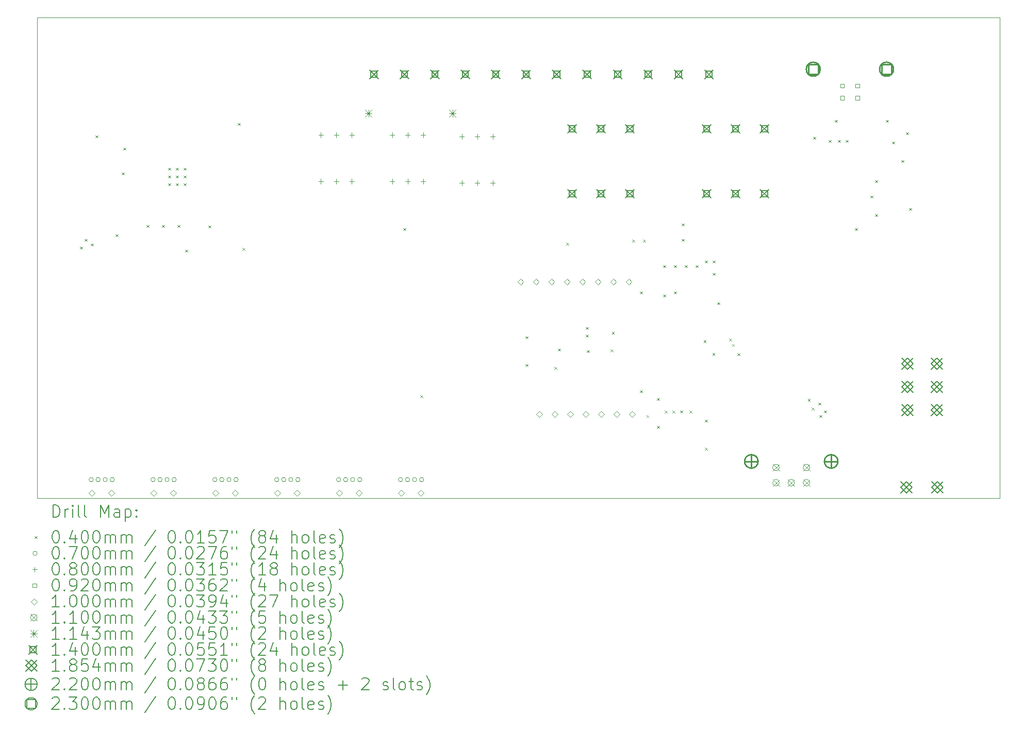
<source format=gbr>
%TF.GenerationSoftware,KiCad,Pcbnew,(6.0.9)*%
%TF.CreationDate,2023-05-29T16:16:29-07:00*%
%TF.ProjectId,DSP_TU,4453505f-5455-42e6-9b69-6361645f7063,rev?*%
%TF.SameCoordinates,Original*%
%TF.FileFunction,Drillmap*%
%TF.FilePolarity,Positive*%
%FSLAX45Y45*%
G04 Gerber Fmt 4.5, Leading zero omitted, Abs format (unit mm)*
G04 Created by KiCad (PCBNEW (6.0.9)) date 2023-05-29 16:16:29*
%MOMM*%
%LPD*%
G01*
G04 APERTURE LIST*
%ADD10C,0.050000*%
%ADD11C,0.200000*%
%ADD12C,0.040000*%
%ADD13C,0.070000*%
%ADD14C,0.080000*%
%ADD15C,0.092000*%
%ADD16C,0.100000*%
%ADD17C,0.110000*%
%ADD18C,0.114300*%
%ADD19C,0.140000*%
%ADD20C,0.185420*%
%ADD21C,0.220000*%
%ADD22C,0.230000*%
G04 APERTURE END LIST*
D10*
X3800000Y-11786200D02*
X19600000Y-11786200D01*
X19600000Y-11786200D02*
X19600000Y-3886200D01*
X19600000Y-3886200D02*
X3800000Y-3886200D01*
X3800000Y-3886200D02*
X3800000Y-11786200D01*
D11*
D12*
X4501200Y-7650800D02*
X4541200Y-7690800D01*
X4541200Y-7650800D02*
X4501200Y-7690800D01*
X4577400Y-7523800D02*
X4617400Y-7563800D01*
X4617400Y-7523800D02*
X4577400Y-7563800D01*
X4679000Y-7600000D02*
X4719000Y-7640000D01*
X4719000Y-7600000D02*
X4679000Y-7640000D01*
X4755200Y-5822000D02*
X4795200Y-5862000D01*
X4795200Y-5822000D02*
X4755200Y-5862000D01*
X5085400Y-7447600D02*
X5125400Y-7487600D01*
X5125400Y-7447600D02*
X5085400Y-7487600D01*
X5187000Y-6431600D02*
X5227000Y-6471600D01*
X5227000Y-6431600D02*
X5187000Y-6471600D01*
X5212400Y-6025200D02*
X5252400Y-6065200D01*
X5252400Y-6025200D02*
X5212400Y-6065200D01*
X5593400Y-7295200D02*
X5633400Y-7335200D01*
X5633400Y-7295200D02*
X5593400Y-7335200D01*
X5847400Y-7295200D02*
X5887400Y-7335200D01*
X5887400Y-7295200D02*
X5847400Y-7335200D01*
X5949000Y-6355400D02*
X5989000Y-6395400D01*
X5989000Y-6355400D02*
X5949000Y-6395400D01*
X5949000Y-6482400D02*
X5989000Y-6522400D01*
X5989000Y-6482400D02*
X5949000Y-6522400D01*
X5949000Y-6609400D02*
X5989000Y-6649400D01*
X5989000Y-6609400D02*
X5949000Y-6649400D01*
X6076000Y-6355400D02*
X6116000Y-6395400D01*
X6116000Y-6355400D02*
X6076000Y-6395400D01*
X6076000Y-6482400D02*
X6116000Y-6522400D01*
X6116000Y-6482400D02*
X6076000Y-6522400D01*
X6076000Y-6609400D02*
X6116000Y-6649400D01*
X6116000Y-6609400D02*
X6076000Y-6649400D01*
X6101400Y-7295200D02*
X6141400Y-7335200D01*
X6141400Y-7295200D02*
X6101400Y-7335200D01*
X6203000Y-6355400D02*
X6243000Y-6395400D01*
X6243000Y-6355400D02*
X6203000Y-6395400D01*
X6203000Y-6482400D02*
X6243000Y-6522400D01*
X6243000Y-6482400D02*
X6203000Y-6522400D01*
X6203000Y-6609400D02*
X6243000Y-6649400D01*
X6243000Y-6609400D02*
X6203000Y-6649400D01*
X6228400Y-7701600D02*
X6268400Y-7741600D01*
X6268400Y-7701600D02*
X6228400Y-7741600D01*
X6609400Y-7302650D02*
X6649400Y-7342650D01*
X6649400Y-7302650D02*
X6609400Y-7342650D01*
X7092000Y-5618800D02*
X7132000Y-5658800D01*
X7132000Y-5618800D02*
X7092000Y-5658800D01*
X7168200Y-7672450D02*
X7208200Y-7712450D01*
X7208200Y-7672450D02*
X7168200Y-7712450D01*
X9809800Y-7346000D02*
X9849800Y-7386000D01*
X9849800Y-7346000D02*
X9809800Y-7386000D01*
X10089200Y-10095650D02*
X10129200Y-10135650D01*
X10129200Y-10095650D02*
X10089200Y-10135650D01*
X11816400Y-9124000D02*
X11856400Y-9164000D01*
X11856400Y-9124000D02*
X11816400Y-9164000D01*
X11816400Y-9581200D02*
X11856400Y-9621200D01*
X11856400Y-9581200D02*
X11816400Y-9621200D01*
X12290511Y-9628250D02*
X12330511Y-9668250D01*
X12330511Y-9628250D02*
X12290511Y-9668250D01*
X12349800Y-9327200D02*
X12389800Y-9367200D01*
X12389800Y-9327200D02*
X12349800Y-9367200D01*
X12481804Y-7584200D02*
X12521804Y-7624200D01*
X12521804Y-7584200D02*
X12481804Y-7624200D01*
X12807000Y-8971600D02*
X12847000Y-9011600D01*
X12847000Y-8971600D02*
X12807000Y-9011600D01*
X12807000Y-9098600D02*
X12847000Y-9138600D01*
X12847000Y-9098600D02*
X12807000Y-9138600D01*
X12822850Y-9352600D02*
X12862850Y-9392600D01*
X12862850Y-9352600D02*
X12822850Y-9392600D01*
X13214725Y-9341310D02*
X13254725Y-9381310D01*
X13254725Y-9341310D02*
X13214725Y-9381310D01*
X13233511Y-9053089D02*
X13273511Y-9093089D01*
X13273511Y-9053089D02*
X13233511Y-9093089D01*
X13570670Y-7539250D02*
X13610670Y-7579250D01*
X13610670Y-7539250D02*
X13570670Y-7579250D01*
X13696000Y-8387400D02*
X13736000Y-8427400D01*
X13736000Y-8387400D02*
X13696000Y-8427400D01*
X13696000Y-10013000D02*
X13736000Y-10053000D01*
X13736000Y-10013000D02*
X13696000Y-10053000D01*
X13748470Y-7539250D02*
X13788470Y-7579250D01*
X13788470Y-7539250D02*
X13748470Y-7579250D01*
X13801350Y-10419400D02*
X13841350Y-10459400D01*
X13841350Y-10419400D02*
X13801350Y-10459400D01*
X13975400Y-10140000D02*
X14015400Y-10180000D01*
X14015400Y-10140000D02*
X13975400Y-10180000D01*
X13975400Y-10597200D02*
X14015400Y-10637200D01*
X14015400Y-10597200D02*
X13975400Y-10637200D01*
X14077000Y-7955600D02*
X14117000Y-7995600D01*
X14117000Y-7955600D02*
X14077000Y-7995600D01*
X14077000Y-8438200D02*
X14117000Y-8478200D01*
X14117000Y-8438200D02*
X14077000Y-8478200D01*
X14102400Y-10346950D02*
X14142400Y-10386950D01*
X14142400Y-10346950D02*
X14102400Y-10386950D01*
X14229400Y-10346950D02*
X14269400Y-10386950D01*
X14269400Y-10346950D02*
X14229400Y-10386950D01*
X14254800Y-7955600D02*
X14294800Y-7995600D01*
X14294800Y-7955600D02*
X14254800Y-7995600D01*
X14254800Y-8387400D02*
X14294800Y-8427400D01*
X14294800Y-8387400D02*
X14254800Y-8427400D01*
X14356400Y-10343200D02*
X14396400Y-10383200D01*
X14396400Y-10343200D02*
X14356400Y-10383200D01*
X14381800Y-7269800D02*
X14421800Y-7309800D01*
X14421800Y-7269800D02*
X14381800Y-7309800D01*
X14381800Y-7523800D02*
X14421800Y-7563800D01*
X14421800Y-7523800D02*
X14381800Y-7563800D01*
X14432600Y-7955600D02*
X14472600Y-7995600D01*
X14472600Y-7955600D02*
X14432600Y-7995600D01*
X14509850Y-10347450D02*
X14549850Y-10387450D01*
X14549850Y-10347450D02*
X14509850Y-10387450D01*
X14609970Y-7956030D02*
X14649970Y-7996030D01*
X14649970Y-7956030D02*
X14609970Y-7996030D01*
X14741140Y-9189150D02*
X14781140Y-9229150D01*
X14781140Y-9189150D02*
X14741140Y-9229150D01*
X14762800Y-10495600D02*
X14802800Y-10535600D01*
X14802800Y-10495600D02*
X14762800Y-10535600D01*
X14762800Y-10959250D02*
X14802800Y-10999250D01*
X14802800Y-10959250D02*
X14762800Y-10999250D01*
X14763230Y-7878970D02*
X14803230Y-7918970D01*
X14803230Y-7878970D02*
X14763230Y-7918970D01*
X14885650Y-9399250D02*
X14925650Y-9439250D01*
X14925650Y-9399250D02*
X14885650Y-9439250D01*
X14889800Y-7879400D02*
X14929800Y-7919400D01*
X14929800Y-7879400D02*
X14889800Y-7919400D01*
X14889800Y-8082600D02*
X14929800Y-8122600D01*
X14929800Y-8082600D02*
X14889800Y-8122600D01*
X14966000Y-8565200D02*
X15006000Y-8605200D01*
X15006000Y-8565200D02*
X14966000Y-8605200D01*
X15162986Y-9160644D02*
X15202986Y-9200644D01*
X15202986Y-9160644D02*
X15162986Y-9200644D01*
X15205821Y-9250950D02*
X15245821Y-9290950D01*
X15245821Y-9250950D02*
X15205821Y-9290950D01*
X15296200Y-9403400D02*
X15336200Y-9443400D01*
X15336200Y-9403400D02*
X15296200Y-9443400D01*
X16450599Y-10149550D02*
X16490599Y-10189550D01*
X16490599Y-10149550D02*
X16450599Y-10189550D01*
X16515400Y-10294450D02*
X16555400Y-10334450D01*
X16555400Y-10294450D02*
X16515400Y-10334450D01*
X16540800Y-5847400D02*
X16580800Y-5887400D01*
X16580800Y-5847400D02*
X16540800Y-5887400D01*
X16626550Y-10215299D02*
X16666550Y-10255299D01*
X16666550Y-10215299D02*
X16626550Y-10255299D01*
X16642400Y-10419900D02*
X16682400Y-10459900D01*
X16682400Y-10419900D02*
X16642400Y-10459900D01*
X16718600Y-10343200D02*
X16758600Y-10383200D01*
X16758600Y-10343200D02*
X16718600Y-10383200D01*
X16794800Y-5898200D02*
X16834800Y-5938200D01*
X16834800Y-5898200D02*
X16794800Y-5938200D01*
X16896400Y-5568000D02*
X16936400Y-5608000D01*
X16936400Y-5568000D02*
X16896400Y-5608000D01*
X16947200Y-5898200D02*
X16987200Y-5938200D01*
X16987200Y-5898200D02*
X16947200Y-5938200D01*
X17074200Y-5898200D02*
X17114200Y-5938200D01*
X17114200Y-5898200D02*
X17074200Y-5938200D01*
X17226600Y-7346000D02*
X17266600Y-7386000D01*
X17266600Y-7346000D02*
X17226600Y-7386000D01*
X17480600Y-6812600D02*
X17520600Y-6852600D01*
X17520600Y-6812600D02*
X17480600Y-6852600D01*
X17556800Y-6558600D02*
X17596800Y-6598600D01*
X17596800Y-6558600D02*
X17556800Y-6598600D01*
X17556800Y-7117400D02*
X17596800Y-7157400D01*
X17596800Y-7117400D02*
X17556800Y-7157400D01*
X17734600Y-5568000D02*
X17774600Y-5608000D01*
X17774600Y-5568000D02*
X17734600Y-5608000D01*
X17836200Y-5923600D02*
X17876200Y-5963600D01*
X17876200Y-5923600D02*
X17836200Y-5963600D01*
X17988600Y-6228400D02*
X18028600Y-6268400D01*
X18028600Y-6228400D02*
X17988600Y-6268400D01*
X18064800Y-5771200D02*
X18104800Y-5811200D01*
X18104800Y-5771200D02*
X18064800Y-5811200D01*
X18115600Y-7015800D02*
X18155600Y-7055800D01*
X18155600Y-7015800D02*
X18115600Y-7055800D01*
D13*
X4719200Y-11480800D02*
G75*
G03*
X4719200Y-11480800I-35000J0D01*
G01*
X4834200Y-11480800D02*
G75*
G03*
X4834200Y-11480800I-35000J0D01*
G01*
X4949200Y-11480800D02*
G75*
G03*
X4949200Y-11480800I-35000J0D01*
G01*
X5064200Y-11480800D02*
G75*
G03*
X5064200Y-11480800I-35000J0D01*
G01*
X5735200Y-11480800D02*
G75*
G03*
X5735200Y-11480800I-35000J0D01*
G01*
X5850200Y-11480800D02*
G75*
G03*
X5850200Y-11480800I-35000J0D01*
G01*
X5965200Y-11480800D02*
G75*
G03*
X5965200Y-11480800I-35000J0D01*
G01*
X6080200Y-11480800D02*
G75*
G03*
X6080200Y-11480800I-35000J0D01*
G01*
X6751200Y-11480800D02*
G75*
G03*
X6751200Y-11480800I-35000J0D01*
G01*
X6866200Y-11480800D02*
G75*
G03*
X6866200Y-11480800I-35000J0D01*
G01*
X6981200Y-11480800D02*
G75*
G03*
X6981200Y-11480800I-35000J0D01*
G01*
X7096200Y-11480800D02*
G75*
G03*
X7096200Y-11480800I-35000J0D01*
G01*
X7767200Y-11480800D02*
G75*
G03*
X7767200Y-11480800I-35000J0D01*
G01*
X7882200Y-11480800D02*
G75*
G03*
X7882200Y-11480800I-35000J0D01*
G01*
X7997200Y-11480800D02*
G75*
G03*
X7997200Y-11480800I-35000J0D01*
G01*
X8112200Y-11480800D02*
G75*
G03*
X8112200Y-11480800I-35000J0D01*
G01*
X8783200Y-11480800D02*
G75*
G03*
X8783200Y-11480800I-35000J0D01*
G01*
X8898200Y-11480800D02*
G75*
G03*
X8898200Y-11480800I-35000J0D01*
G01*
X9013200Y-11480800D02*
G75*
G03*
X9013200Y-11480800I-35000J0D01*
G01*
X9128200Y-11480800D02*
G75*
G03*
X9128200Y-11480800I-35000J0D01*
G01*
X9799200Y-11480800D02*
G75*
G03*
X9799200Y-11480800I-35000J0D01*
G01*
X9914200Y-11480800D02*
G75*
G03*
X9914200Y-11480800I-35000J0D01*
G01*
X10029200Y-11480800D02*
G75*
G03*
X10029200Y-11480800I-35000J0D01*
G01*
X10144200Y-11480800D02*
G75*
G03*
X10144200Y-11480800I-35000J0D01*
G01*
D14*
X8456700Y-5777600D02*
X8456700Y-5857600D01*
X8416700Y-5817600D02*
X8496700Y-5817600D01*
X8456700Y-6539600D02*
X8456700Y-6619600D01*
X8416700Y-6579600D02*
X8496700Y-6579600D01*
X8710700Y-5777600D02*
X8710700Y-5857600D01*
X8670700Y-5817600D02*
X8750700Y-5817600D01*
X8710700Y-6539600D02*
X8710700Y-6619600D01*
X8670700Y-6579600D02*
X8750700Y-6579600D01*
X8964700Y-5777600D02*
X8964700Y-5857600D01*
X8924700Y-5817600D02*
X9004700Y-5817600D01*
X8964700Y-6539600D02*
X8964700Y-6619600D01*
X8924700Y-6579600D02*
X9004700Y-6579600D01*
X9628100Y-5775600D02*
X9628100Y-5855600D01*
X9588100Y-5815600D02*
X9668100Y-5815600D01*
X9628100Y-6537600D02*
X9628100Y-6617600D01*
X9588100Y-6577600D02*
X9668100Y-6577600D01*
X9882100Y-5775600D02*
X9882100Y-5855600D01*
X9842100Y-5815600D02*
X9922100Y-5815600D01*
X9882100Y-6537600D02*
X9882100Y-6617600D01*
X9842100Y-6577600D02*
X9922100Y-6577600D01*
X10136100Y-5775600D02*
X10136100Y-5855600D01*
X10096100Y-5815600D02*
X10176100Y-5815600D01*
X10136100Y-6537600D02*
X10136100Y-6617600D01*
X10096100Y-6577600D02*
X10176100Y-6577600D01*
X10769600Y-5802000D02*
X10769600Y-5882000D01*
X10729600Y-5842000D02*
X10809600Y-5842000D01*
X10769600Y-6564000D02*
X10769600Y-6644000D01*
X10729600Y-6604000D02*
X10809600Y-6604000D01*
X11023600Y-5802000D02*
X11023600Y-5882000D01*
X10983600Y-5842000D02*
X11063600Y-5842000D01*
X11023600Y-6564000D02*
X11023600Y-6644000D01*
X10983600Y-6604000D02*
X11063600Y-6604000D01*
X11277600Y-5802000D02*
X11277600Y-5882000D01*
X11237600Y-5842000D02*
X11317600Y-5842000D01*
X11277600Y-6564000D02*
X11277600Y-6644000D01*
X11237600Y-6604000D02*
X11317600Y-6604000D01*
D15*
X17050527Y-5039527D02*
X17050527Y-4974473D01*
X16985473Y-4974473D01*
X16985473Y-5039527D01*
X17050527Y-5039527D01*
X17050527Y-5239527D02*
X17050527Y-5174473D01*
X16985473Y-5174473D01*
X16985473Y-5239527D01*
X17050527Y-5239527D01*
X17300527Y-5039527D02*
X17300527Y-4974473D01*
X17235473Y-4974473D01*
X17235473Y-5039527D01*
X17300527Y-5039527D01*
X17300527Y-5239527D02*
X17300527Y-5174473D01*
X17235473Y-5174473D01*
X17235473Y-5239527D01*
X17300527Y-5239527D01*
D16*
X4696700Y-11750800D02*
X4746700Y-11700800D01*
X4696700Y-11650800D01*
X4646700Y-11700800D01*
X4696700Y-11750800D01*
X5016700Y-11750800D02*
X5066700Y-11700800D01*
X5016700Y-11650800D01*
X4966700Y-11700800D01*
X5016700Y-11750800D01*
X5712700Y-11750800D02*
X5762700Y-11700800D01*
X5712700Y-11650800D01*
X5662700Y-11700800D01*
X5712700Y-11750800D01*
X6032700Y-11750800D02*
X6082700Y-11700800D01*
X6032700Y-11650800D01*
X5982700Y-11700800D01*
X6032700Y-11750800D01*
X6728700Y-11750800D02*
X6778700Y-11700800D01*
X6728700Y-11650800D01*
X6678700Y-11700800D01*
X6728700Y-11750800D01*
X7048700Y-11750800D02*
X7098700Y-11700800D01*
X7048700Y-11650800D01*
X6998700Y-11700800D01*
X7048700Y-11750800D01*
X7744700Y-11750800D02*
X7794700Y-11700800D01*
X7744700Y-11650800D01*
X7694700Y-11700800D01*
X7744700Y-11750800D01*
X8064700Y-11750800D02*
X8114700Y-11700800D01*
X8064700Y-11650800D01*
X8014700Y-11700800D01*
X8064700Y-11750800D01*
X8760700Y-11750800D02*
X8810700Y-11700800D01*
X8760700Y-11650800D01*
X8710700Y-11700800D01*
X8760700Y-11750800D01*
X9080700Y-11750800D02*
X9130700Y-11700800D01*
X9080700Y-11650800D01*
X9030700Y-11700800D01*
X9080700Y-11750800D01*
X9776700Y-11750800D02*
X9826700Y-11700800D01*
X9776700Y-11650800D01*
X9726700Y-11700800D01*
X9776700Y-11750800D01*
X10096700Y-11750800D02*
X10146700Y-11700800D01*
X10096700Y-11650800D01*
X10046700Y-11700800D01*
X10096700Y-11750800D01*
X11734800Y-8279600D02*
X11784800Y-8229600D01*
X11734800Y-8179600D01*
X11684800Y-8229600D01*
X11734800Y-8279600D01*
X11988800Y-8279600D02*
X12038800Y-8229600D01*
X11988800Y-8179600D01*
X11938800Y-8229600D01*
X11988800Y-8279600D01*
X12040100Y-10458300D02*
X12090100Y-10408300D01*
X12040100Y-10358300D01*
X11990100Y-10408300D01*
X12040100Y-10458300D01*
X12242800Y-8279600D02*
X12292800Y-8229600D01*
X12242800Y-8179600D01*
X12192800Y-8229600D01*
X12242800Y-8279600D01*
X12294100Y-10458300D02*
X12344100Y-10408300D01*
X12294100Y-10358300D01*
X12244100Y-10408300D01*
X12294100Y-10458300D01*
X12496800Y-8279600D02*
X12546800Y-8229600D01*
X12496800Y-8179600D01*
X12446800Y-8229600D01*
X12496800Y-8279600D01*
X12548100Y-10458300D02*
X12598100Y-10408300D01*
X12548100Y-10358300D01*
X12498100Y-10408300D01*
X12548100Y-10458300D01*
X12750800Y-8279600D02*
X12800800Y-8229600D01*
X12750800Y-8179600D01*
X12700800Y-8229600D01*
X12750800Y-8279600D01*
X12802100Y-10458300D02*
X12852100Y-10408300D01*
X12802100Y-10358300D01*
X12752100Y-10408300D01*
X12802100Y-10458300D01*
X13004800Y-8279600D02*
X13054800Y-8229600D01*
X13004800Y-8179600D01*
X12954800Y-8229600D01*
X13004800Y-8279600D01*
X13056100Y-10458300D02*
X13106100Y-10408300D01*
X13056100Y-10358300D01*
X13006100Y-10408300D01*
X13056100Y-10458300D01*
X13258800Y-8279600D02*
X13308800Y-8229600D01*
X13258800Y-8179600D01*
X13208800Y-8229600D01*
X13258800Y-8279600D01*
X13310100Y-10458300D02*
X13360100Y-10408300D01*
X13310100Y-10358300D01*
X13260100Y-10408300D01*
X13310100Y-10458300D01*
X13512800Y-8279600D02*
X13562800Y-8229600D01*
X13512800Y-8179600D01*
X13462800Y-8229600D01*
X13512800Y-8279600D01*
X13564100Y-10458300D02*
X13614100Y-10408300D01*
X13564100Y-10358300D01*
X13514100Y-10408300D01*
X13564100Y-10458300D01*
D17*
X15874800Y-11226600D02*
X15984800Y-11336600D01*
X15984800Y-11226600D02*
X15874800Y-11336600D01*
X15984800Y-11281600D02*
G75*
G03*
X15984800Y-11281600I-55000J0D01*
G01*
X15874800Y-11476600D02*
X15984800Y-11586600D01*
X15984800Y-11476600D02*
X15874800Y-11586600D01*
X15984800Y-11531600D02*
G75*
G03*
X15984800Y-11531600I-55000J0D01*
G01*
X16124800Y-11476600D02*
X16234800Y-11586600D01*
X16234800Y-11476600D02*
X16124800Y-11586600D01*
X16234800Y-11531600D02*
G75*
G03*
X16234800Y-11531600I-55000J0D01*
G01*
X16374800Y-11226600D02*
X16484800Y-11336600D01*
X16484800Y-11226600D02*
X16374800Y-11336600D01*
X16484800Y-11281600D02*
G75*
G03*
X16484800Y-11281600I-55000J0D01*
G01*
X16374800Y-11476600D02*
X16484800Y-11586600D01*
X16484800Y-11476600D02*
X16374800Y-11586600D01*
X16484800Y-11531600D02*
G75*
G03*
X16484800Y-11531600I-55000J0D01*
G01*
D18*
X9180830Y-5403850D02*
X9295130Y-5518150D01*
X9295130Y-5403850D02*
X9180830Y-5518150D01*
X9237980Y-5403850D02*
X9237980Y-5518150D01*
X9180830Y-5461000D02*
X9295130Y-5461000D01*
X10560050Y-5403850D02*
X10674350Y-5518150D01*
X10674350Y-5403850D02*
X10560050Y-5518150D01*
X10617200Y-5403850D02*
X10617200Y-5518150D01*
X10560050Y-5461000D02*
X10674350Y-5461000D01*
D19*
X9258300Y-4749600D02*
X9398300Y-4889600D01*
X9398300Y-4749600D02*
X9258300Y-4889600D01*
X9377798Y-4869098D02*
X9377798Y-4770102D01*
X9278802Y-4770102D01*
X9278802Y-4869098D01*
X9377798Y-4869098D01*
X9758300Y-4749600D02*
X9898300Y-4889600D01*
X9898300Y-4749600D02*
X9758300Y-4889600D01*
X9877798Y-4869098D02*
X9877798Y-4770102D01*
X9778802Y-4770102D01*
X9778802Y-4869098D01*
X9877798Y-4869098D01*
X10258300Y-4749600D02*
X10398300Y-4889600D01*
X10398300Y-4749600D02*
X10258300Y-4889600D01*
X10377798Y-4869098D02*
X10377798Y-4770102D01*
X10278802Y-4770102D01*
X10278802Y-4869098D01*
X10377798Y-4869098D01*
X10758300Y-4749600D02*
X10898300Y-4889600D01*
X10898300Y-4749600D02*
X10758300Y-4889600D01*
X10877798Y-4869098D02*
X10877798Y-4770102D01*
X10778802Y-4770102D01*
X10778802Y-4869098D01*
X10877798Y-4869098D01*
X11258300Y-4749600D02*
X11398300Y-4889600D01*
X11398300Y-4749600D02*
X11258300Y-4889600D01*
X11377798Y-4869098D02*
X11377798Y-4770102D01*
X11278802Y-4770102D01*
X11278802Y-4869098D01*
X11377798Y-4869098D01*
X11758300Y-4749600D02*
X11898300Y-4889600D01*
X11898300Y-4749600D02*
X11758300Y-4889600D01*
X11877798Y-4869098D02*
X11877798Y-4770102D01*
X11778802Y-4770102D01*
X11778802Y-4869098D01*
X11877798Y-4869098D01*
X12258300Y-4749600D02*
X12398300Y-4889600D01*
X12398300Y-4749600D02*
X12258300Y-4889600D01*
X12377798Y-4869098D02*
X12377798Y-4770102D01*
X12278802Y-4770102D01*
X12278802Y-4869098D01*
X12377798Y-4869098D01*
X12510550Y-5645000D02*
X12650550Y-5785000D01*
X12650550Y-5645000D02*
X12510550Y-5785000D01*
X12630048Y-5764498D02*
X12630048Y-5665502D01*
X12531052Y-5665502D01*
X12531052Y-5764498D01*
X12630048Y-5764498D01*
X12510550Y-6711800D02*
X12650550Y-6851800D01*
X12650550Y-6711800D02*
X12510550Y-6851800D01*
X12630048Y-6831298D02*
X12630048Y-6732302D01*
X12531052Y-6732302D01*
X12531052Y-6831298D01*
X12630048Y-6831298D01*
X12758300Y-4749600D02*
X12898300Y-4889600D01*
X12898300Y-4749600D02*
X12758300Y-4889600D01*
X12877798Y-4869098D02*
X12877798Y-4770102D01*
X12778802Y-4770102D01*
X12778802Y-4869098D01*
X12877798Y-4869098D01*
X12985550Y-5645000D02*
X13125550Y-5785000D01*
X13125550Y-5645000D02*
X12985550Y-5785000D01*
X13105048Y-5764498D02*
X13105048Y-5665502D01*
X13006052Y-5665502D01*
X13006052Y-5764498D01*
X13105048Y-5764498D01*
X12985550Y-6711800D02*
X13125550Y-6851800D01*
X13125550Y-6711800D02*
X12985550Y-6851800D01*
X13105048Y-6831298D02*
X13105048Y-6732302D01*
X13006052Y-6732302D01*
X13006052Y-6831298D01*
X13105048Y-6831298D01*
X13258300Y-4749600D02*
X13398300Y-4889600D01*
X13398300Y-4749600D02*
X13258300Y-4889600D01*
X13377798Y-4869098D02*
X13377798Y-4770102D01*
X13278802Y-4770102D01*
X13278802Y-4869098D01*
X13377798Y-4869098D01*
X13460550Y-5645000D02*
X13600550Y-5785000D01*
X13600550Y-5645000D02*
X13460550Y-5785000D01*
X13580048Y-5764498D02*
X13580048Y-5665502D01*
X13481052Y-5665502D01*
X13481052Y-5764498D01*
X13580048Y-5764498D01*
X13460550Y-6711800D02*
X13600550Y-6851800D01*
X13600550Y-6711800D02*
X13460550Y-6851800D01*
X13580048Y-6831298D02*
X13580048Y-6732302D01*
X13481052Y-6732302D01*
X13481052Y-6831298D01*
X13580048Y-6831298D01*
X13758300Y-4749600D02*
X13898300Y-4889600D01*
X13898300Y-4749600D02*
X13758300Y-4889600D01*
X13877798Y-4869098D02*
X13877798Y-4770102D01*
X13778802Y-4770102D01*
X13778802Y-4869098D01*
X13877798Y-4869098D01*
X14258300Y-4749600D02*
X14398300Y-4889600D01*
X14398300Y-4749600D02*
X14258300Y-4889600D01*
X14377798Y-4869098D02*
X14377798Y-4770102D01*
X14278802Y-4770102D01*
X14278802Y-4869098D01*
X14377798Y-4869098D01*
X14720450Y-5645000D02*
X14860450Y-5785000D01*
X14860450Y-5645000D02*
X14720450Y-5785000D01*
X14839948Y-5764498D02*
X14839948Y-5665502D01*
X14740952Y-5665502D01*
X14740952Y-5764498D01*
X14839948Y-5764498D01*
X14720450Y-6711800D02*
X14860450Y-6851800D01*
X14860450Y-6711800D02*
X14720450Y-6851800D01*
X14839948Y-6831298D02*
X14839948Y-6732302D01*
X14740952Y-6732302D01*
X14740952Y-6831298D01*
X14839948Y-6831298D01*
X14758300Y-4749600D02*
X14898300Y-4889600D01*
X14898300Y-4749600D02*
X14758300Y-4889600D01*
X14877798Y-4869098D02*
X14877798Y-4770102D01*
X14778802Y-4770102D01*
X14778802Y-4869098D01*
X14877798Y-4869098D01*
X15195450Y-5645000D02*
X15335450Y-5785000D01*
X15335450Y-5645000D02*
X15195450Y-5785000D01*
X15314948Y-5764498D02*
X15314948Y-5665502D01*
X15215952Y-5665502D01*
X15215952Y-5764498D01*
X15314948Y-5764498D01*
X15195450Y-6711800D02*
X15335450Y-6851800D01*
X15335450Y-6711800D02*
X15195450Y-6851800D01*
X15314948Y-6831298D02*
X15314948Y-6732302D01*
X15215952Y-6732302D01*
X15215952Y-6831298D01*
X15314948Y-6831298D01*
X15670450Y-5645000D02*
X15810450Y-5785000D01*
X15810450Y-5645000D02*
X15670450Y-5785000D01*
X15789948Y-5764498D02*
X15789948Y-5665502D01*
X15690952Y-5665502D01*
X15690952Y-5764498D01*
X15789948Y-5764498D01*
X15670450Y-6711800D02*
X15810450Y-6851800D01*
X15810450Y-6711800D02*
X15670450Y-6851800D01*
X15789948Y-6831298D02*
X15789948Y-6732302D01*
X15690952Y-6732302D01*
X15690952Y-6831298D01*
X15789948Y-6831298D01*
D20*
X17979390Y-11515090D02*
X18164810Y-11700510D01*
X18164810Y-11515090D02*
X17979390Y-11700510D01*
X18072100Y-11700510D02*
X18164810Y-11607800D01*
X18072100Y-11515090D01*
X17979390Y-11607800D01*
X18072100Y-11700510D01*
X17992090Y-9483090D02*
X18177510Y-9668510D01*
X18177510Y-9483090D02*
X17992090Y-9668510D01*
X18084800Y-9668510D02*
X18177510Y-9575800D01*
X18084800Y-9483090D01*
X17992090Y-9575800D01*
X18084800Y-9668510D01*
X17992090Y-9864090D02*
X18177510Y-10049510D01*
X18177510Y-9864090D02*
X17992090Y-10049510D01*
X18084800Y-10049510D02*
X18177510Y-9956800D01*
X18084800Y-9864090D01*
X17992090Y-9956800D01*
X18084800Y-10049510D01*
X17992090Y-10245090D02*
X18177510Y-10430510D01*
X18177510Y-10245090D02*
X17992090Y-10430510D01*
X18084800Y-10430510D02*
X18177510Y-10337800D01*
X18084800Y-10245090D01*
X17992090Y-10337800D01*
X18084800Y-10430510D01*
X18474690Y-9483090D02*
X18660110Y-9668510D01*
X18660110Y-9483090D02*
X18474690Y-9668510D01*
X18567400Y-9668510D02*
X18660110Y-9575800D01*
X18567400Y-9483090D01*
X18474690Y-9575800D01*
X18567400Y-9668510D01*
X18474690Y-9864090D02*
X18660110Y-10049510D01*
X18660110Y-9864090D02*
X18474690Y-10049510D01*
X18567400Y-10049510D02*
X18660110Y-9956800D01*
X18567400Y-9864090D01*
X18474690Y-9956800D01*
X18567400Y-10049510D01*
X18474690Y-10245090D02*
X18660110Y-10430510D01*
X18660110Y-10245090D02*
X18474690Y-10430510D01*
X18567400Y-10430510D02*
X18660110Y-10337800D01*
X18567400Y-10245090D01*
X18474690Y-10337800D01*
X18567400Y-10430510D01*
X18487390Y-11515090D02*
X18672810Y-11700510D01*
X18672810Y-11515090D02*
X18487390Y-11700510D01*
X18580100Y-11700510D02*
X18672810Y-11607800D01*
X18580100Y-11515090D01*
X18487390Y-11607800D01*
X18580100Y-11700510D01*
D21*
X15524800Y-11071600D02*
X15524800Y-11291600D01*
X15414800Y-11181600D02*
X15634800Y-11181600D01*
X15634800Y-11181600D02*
G75*
G03*
X15634800Y-11181600I-110000J0D01*
G01*
D11*
X15519800Y-11291600D02*
X15529800Y-11291600D01*
X15519800Y-11071600D02*
X15529800Y-11071600D01*
X15529800Y-11291600D02*
G75*
G03*
X15529800Y-11071600I0J110000D01*
G01*
X15519800Y-11071600D02*
G75*
G03*
X15519800Y-11291600I0J-110000D01*
G01*
D21*
X16834800Y-11071600D02*
X16834800Y-11291600D01*
X16724800Y-11181600D02*
X16944800Y-11181600D01*
X16944800Y-11181600D02*
G75*
G03*
X16944800Y-11181600I-110000J0D01*
G01*
D11*
X16829800Y-11291600D02*
X16839800Y-11291600D01*
X16829800Y-11071600D02*
X16839800Y-11071600D01*
X16839800Y-11291600D02*
G75*
G03*
X16839800Y-11071600I0J110000D01*
G01*
X16829800Y-11071600D02*
G75*
G03*
X16829800Y-11291600I0J-110000D01*
G01*
D22*
X16622318Y-4817318D02*
X16622318Y-4654682D01*
X16459682Y-4654682D01*
X16459682Y-4817318D01*
X16622318Y-4817318D01*
X16656000Y-4736000D02*
G75*
G03*
X16656000Y-4736000I-115000J0D01*
G01*
X17826318Y-4817318D02*
X17826318Y-4654682D01*
X17663682Y-4654682D01*
X17663682Y-4817318D01*
X17826318Y-4817318D01*
X17860000Y-4736000D02*
G75*
G03*
X17860000Y-4736000I-115000J0D01*
G01*
D11*
X4055119Y-12099176D02*
X4055119Y-11899176D01*
X4102738Y-11899176D01*
X4131309Y-11908700D01*
X4150357Y-11927748D01*
X4159881Y-11946795D01*
X4169405Y-11984890D01*
X4169405Y-12013462D01*
X4159881Y-12051557D01*
X4150357Y-12070605D01*
X4131309Y-12089652D01*
X4102738Y-12099176D01*
X4055119Y-12099176D01*
X4255119Y-12099176D02*
X4255119Y-11965843D01*
X4255119Y-12003938D02*
X4264643Y-11984890D01*
X4274167Y-11975367D01*
X4293214Y-11965843D01*
X4312262Y-11965843D01*
X4378929Y-12099176D02*
X4378929Y-11965843D01*
X4378929Y-11899176D02*
X4369405Y-11908700D01*
X4378929Y-11918224D01*
X4388452Y-11908700D01*
X4378929Y-11899176D01*
X4378929Y-11918224D01*
X4502738Y-12099176D02*
X4483690Y-12089652D01*
X4474167Y-12070605D01*
X4474167Y-11899176D01*
X4607500Y-12099176D02*
X4588452Y-12089652D01*
X4578929Y-12070605D01*
X4578929Y-11899176D01*
X4836071Y-12099176D02*
X4836071Y-11899176D01*
X4902738Y-12042033D01*
X4969405Y-11899176D01*
X4969405Y-12099176D01*
X5150357Y-12099176D02*
X5150357Y-11994414D01*
X5140833Y-11975367D01*
X5121786Y-11965843D01*
X5083690Y-11965843D01*
X5064643Y-11975367D01*
X5150357Y-12089652D02*
X5131310Y-12099176D01*
X5083690Y-12099176D01*
X5064643Y-12089652D01*
X5055119Y-12070605D01*
X5055119Y-12051557D01*
X5064643Y-12032509D01*
X5083690Y-12022986D01*
X5131310Y-12022986D01*
X5150357Y-12013462D01*
X5245595Y-11965843D02*
X5245595Y-12165843D01*
X5245595Y-11975367D02*
X5264643Y-11965843D01*
X5302738Y-11965843D01*
X5321786Y-11975367D01*
X5331310Y-11984890D01*
X5340833Y-12003938D01*
X5340833Y-12061081D01*
X5331310Y-12080128D01*
X5321786Y-12089652D01*
X5302738Y-12099176D01*
X5264643Y-12099176D01*
X5245595Y-12089652D01*
X5426548Y-12080128D02*
X5436071Y-12089652D01*
X5426548Y-12099176D01*
X5417024Y-12089652D01*
X5426548Y-12080128D01*
X5426548Y-12099176D01*
X5426548Y-11975367D02*
X5436071Y-11984890D01*
X5426548Y-11994414D01*
X5417024Y-11984890D01*
X5426548Y-11975367D01*
X5426548Y-11994414D01*
D12*
X3757500Y-12408700D02*
X3797500Y-12448700D01*
X3797500Y-12408700D02*
X3757500Y-12448700D01*
D11*
X4093214Y-12319176D02*
X4112262Y-12319176D01*
X4131309Y-12328700D01*
X4140833Y-12338224D01*
X4150357Y-12357271D01*
X4159881Y-12395367D01*
X4159881Y-12442986D01*
X4150357Y-12481081D01*
X4140833Y-12500128D01*
X4131309Y-12509652D01*
X4112262Y-12519176D01*
X4093214Y-12519176D01*
X4074167Y-12509652D01*
X4064643Y-12500128D01*
X4055119Y-12481081D01*
X4045595Y-12442986D01*
X4045595Y-12395367D01*
X4055119Y-12357271D01*
X4064643Y-12338224D01*
X4074167Y-12328700D01*
X4093214Y-12319176D01*
X4245595Y-12500128D02*
X4255119Y-12509652D01*
X4245595Y-12519176D01*
X4236071Y-12509652D01*
X4245595Y-12500128D01*
X4245595Y-12519176D01*
X4426548Y-12385843D02*
X4426548Y-12519176D01*
X4378929Y-12309652D02*
X4331310Y-12452509D01*
X4455119Y-12452509D01*
X4569405Y-12319176D02*
X4588452Y-12319176D01*
X4607500Y-12328700D01*
X4617024Y-12338224D01*
X4626548Y-12357271D01*
X4636071Y-12395367D01*
X4636071Y-12442986D01*
X4626548Y-12481081D01*
X4617024Y-12500128D01*
X4607500Y-12509652D01*
X4588452Y-12519176D01*
X4569405Y-12519176D01*
X4550357Y-12509652D01*
X4540833Y-12500128D01*
X4531310Y-12481081D01*
X4521786Y-12442986D01*
X4521786Y-12395367D01*
X4531310Y-12357271D01*
X4540833Y-12338224D01*
X4550357Y-12328700D01*
X4569405Y-12319176D01*
X4759881Y-12319176D02*
X4778929Y-12319176D01*
X4797976Y-12328700D01*
X4807500Y-12338224D01*
X4817024Y-12357271D01*
X4826548Y-12395367D01*
X4826548Y-12442986D01*
X4817024Y-12481081D01*
X4807500Y-12500128D01*
X4797976Y-12509652D01*
X4778929Y-12519176D01*
X4759881Y-12519176D01*
X4740833Y-12509652D01*
X4731310Y-12500128D01*
X4721786Y-12481081D01*
X4712262Y-12442986D01*
X4712262Y-12395367D01*
X4721786Y-12357271D01*
X4731310Y-12338224D01*
X4740833Y-12328700D01*
X4759881Y-12319176D01*
X4912262Y-12519176D02*
X4912262Y-12385843D01*
X4912262Y-12404890D02*
X4921786Y-12395367D01*
X4940833Y-12385843D01*
X4969405Y-12385843D01*
X4988452Y-12395367D01*
X4997976Y-12414414D01*
X4997976Y-12519176D01*
X4997976Y-12414414D02*
X5007500Y-12395367D01*
X5026548Y-12385843D01*
X5055119Y-12385843D01*
X5074167Y-12395367D01*
X5083690Y-12414414D01*
X5083690Y-12519176D01*
X5178929Y-12519176D02*
X5178929Y-12385843D01*
X5178929Y-12404890D02*
X5188452Y-12395367D01*
X5207500Y-12385843D01*
X5236071Y-12385843D01*
X5255119Y-12395367D01*
X5264643Y-12414414D01*
X5264643Y-12519176D01*
X5264643Y-12414414D02*
X5274167Y-12395367D01*
X5293214Y-12385843D01*
X5321786Y-12385843D01*
X5340833Y-12395367D01*
X5350357Y-12414414D01*
X5350357Y-12519176D01*
X5740833Y-12309652D02*
X5569405Y-12566795D01*
X5997976Y-12319176D02*
X6017024Y-12319176D01*
X6036071Y-12328700D01*
X6045595Y-12338224D01*
X6055119Y-12357271D01*
X6064643Y-12395367D01*
X6064643Y-12442986D01*
X6055119Y-12481081D01*
X6045595Y-12500128D01*
X6036071Y-12509652D01*
X6017024Y-12519176D01*
X5997976Y-12519176D01*
X5978928Y-12509652D01*
X5969405Y-12500128D01*
X5959881Y-12481081D01*
X5950357Y-12442986D01*
X5950357Y-12395367D01*
X5959881Y-12357271D01*
X5969405Y-12338224D01*
X5978928Y-12328700D01*
X5997976Y-12319176D01*
X6150357Y-12500128D02*
X6159881Y-12509652D01*
X6150357Y-12519176D01*
X6140833Y-12509652D01*
X6150357Y-12500128D01*
X6150357Y-12519176D01*
X6283690Y-12319176D02*
X6302738Y-12319176D01*
X6321786Y-12328700D01*
X6331309Y-12338224D01*
X6340833Y-12357271D01*
X6350357Y-12395367D01*
X6350357Y-12442986D01*
X6340833Y-12481081D01*
X6331309Y-12500128D01*
X6321786Y-12509652D01*
X6302738Y-12519176D01*
X6283690Y-12519176D01*
X6264643Y-12509652D01*
X6255119Y-12500128D01*
X6245595Y-12481081D01*
X6236071Y-12442986D01*
X6236071Y-12395367D01*
X6245595Y-12357271D01*
X6255119Y-12338224D01*
X6264643Y-12328700D01*
X6283690Y-12319176D01*
X6540833Y-12519176D02*
X6426548Y-12519176D01*
X6483690Y-12519176D02*
X6483690Y-12319176D01*
X6464643Y-12347748D01*
X6445595Y-12366795D01*
X6426548Y-12376319D01*
X6721786Y-12319176D02*
X6626548Y-12319176D01*
X6617024Y-12414414D01*
X6626548Y-12404890D01*
X6645595Y-12395367D01*
X6693214Y-12395367D01*
X6712262Y-12404890D01*
X6721786Y-12414414D01*
X6731309Y-12433462D01*
X6731309Y-12481081D01*
X6721786Y-12500128D01*
X6712262Y-12509652D01*
X6693214Y-12519176D01*
X6645595Y-12519176D01*
X6626548Y-12509652D01*
X6617024Y-12500128D01*
X6797976Y-12319176D02*
X6931309Y-12319176D01*
X6845595Y-12519176D01*
X6997976Y-12319176D02*
X6997976Y-12357271D01*
X7074167Y-12319176D02*
X7074167Y-12357271D01*
X7369405Y-12595367D02*
X7359881Y-12585843D01*
X7340833Y-12557271D01*
X7331309Y-12538224D01*
X7321786Y-12509652D01*
X7312262Y-12462033D01*
X7312262Y-12423938D01*
X7321786Y-12376319D01*
X7331309Y-12347748D01*
X7340833Y-12328700D01*
X7359881Y-12300128D01*
X7369405Y-12290605D01*
X7474167Y-12404890D02*
X7455119Y-12395367D01*
X7445595Y-12385843D01*
X7436071Y-12366795D01*
X7436071Y-12357271D01*
X7445595Y-12338224D01*
X7455119Y-12328700D01*
X7474167Y-12319176D01*
X7512262Y-12319176D01*
X7531309Y-12328700D01*
X7540833Y-12338224D01*
X7550357Y-12357271D01*
X7550357Y-12366795D01*
X7540833Y-12385843D01*
X7531309Y-12395367D01*
X7512262Y-12404890D01*
X7474167Y-12404890D01*
X7455119Y-12414414D01*
X7445595Y-12423938D01*
X7436071Y-12442986D01*
X7436071Y-12481081D01*
X7445595Y-12500128D01*
X7455119Y-12509652D01*
X7474167Y-12519176D01*
X7512262Y-12519176D01*
X7531309Y-12509652D01*
X7540833Y-12500128D01*
X7550357Y-12481081D01*
X7550357Y-12442986D01*
X7540833Y-12423938D01*
X7531309Y-12414414D01*
X7512262Y-12404890D01*
X7721786Y-12385843D02*
X7721786Y-12519176D01*
X7674167Y-12309652D02*
X7626548Y-12452509D01*
X7750357Y-12452509D01*
X7978928Y-12519176D02*
X7978928Y-12319176D01*
X8064643Y-12519176D02*
X8064643Y-12414414D01*
X8055119Y-12395367D01*
X8036071Y-12385843D01*
X8007500Y-12385843D01*
X7988452Y-12395367D01*
X7978928Y-12404890D01*
X8188452Y-12519176D02*
X8169405Y-12509652D01*
X8159881Y-12500128D01*
X8150357Y-12481081D01*
X8150357Y-12423938D01*
X8159881Y-12404890D01*
X8169405Y-12395367D01*
X8188452Y-12385843D01*
X8217024Y-12385843D01*
X8236071Y-12395367D01*
X8245595Y-12404890D01*
X8255119Y-12423938D01*
X8255119Y-12481081D01*
X8245595Y-12500128D01*
X8236071Y-12509652D01*
X8217024Y-12519176D01*
X8188452Y-12519176D01*
X8369405Y-12519176D02*
X8350357Y-12509652D01*
X8340833Y-12490605D01*
X8340833Y-12319176D01*
X8521786Y-12509652D02*
X8502738Y-12519176D01*
X8464643Y-12519176D01*
X8445595Y-12509652D01*
X8436071Y-12490605D01*
X8436071Y-12414414D01*
X8445595Y-12395367D01*
X8464643Y-12385843D01*
X8502738Y-12385843D01*
X8521786Y-12395367D01*
X8531310Y-12414414D01*
X8531310Y-12433462D01*
X8436071Y-12452509D01*
X8607500Y-12509652D02*
X8626548Y-12519176D01*
X8664643Y-12519176D01*
X8683690Y-12509652D01*
X8693214Y-12490605D01*
X8693214Y-12481081D01*
X8683690Y-12462033D01*
X8664643Y-12452509D01*
X8636071Y-12452509D01*
X8617024Y-12442986D01*
X8607500Y-12423938D01*
X8607500Y-12414414D01*
X8617024Y-12395367D01*
X8636071Y-12385843D01*
X8664643Y-12385843D01*
X8683690Y-12395367D01*
X8759881Y-12595367D02*
X8769405Y-12585843D01*
X8788452Y-12557271D01*
X8797976Y-12538224D01*
X8807500Y-12509652D01*
X8817024Y-12462033D01*
X8817024Y-12423938D01*
X8807500Y-12376319D01*
X8797976Y-12347748D01*
X8788452Y-12328700D01*
X8769405Y-12300128D01*
X8759881Y-12290605D01*
D13*
X3797500Y-12692700D02*
G75*
G03*
X3797500Y-12692700I-35000J0D01*
G01*
D11*
X4093214Y-12583176D02*
X4112262Y-12583176D01*
X4131309Y-12592700D01*
X4140833Y-12602224D01*
X4150357Y-12621271D01*
X4159881Y-12659367D01*
X4159881Y-12706986D01*
X4150357Y-12745081D01*
X4140833Y-12764128D01*
X4131309Y-12773652D01*
X4112262Y-12783176D01*
X4093214Y-12783176D01*
X4074167Y-12773652D01*
X4064643Y-12764128D01*
X4055119Y-12745081D01*
X4045595Y-12706986D01*
X4045595Y-12659367D01*
X4055119Y-12621271D01*
X4064643Y-12602224D01*
X4074167Y-12592700D01*
X4093214Y-12583176D01*
X4245595Y-12764128D02*
X4255119Y-12773652D01*
X4245595Y-12783176D01*
X4236071Y-12773652D01*
X4245595Y-12764128D01*
X4245595Y-12783176D01*
X4321786Y-12583176D02*
X4455119Y-12583176D01*
X4369405Y-12783176D01*
X4569405Y-12583176D02*
X4588452Y-12583176D01*
X4607500Y-12592700D01*
X4617024Y-12602224D01*
X4626548Y-12621271D01*
X4636071Y-12659367D01*
X4636071Y-12706986D01*
X4626548Y-12745081D01*
X4617024Y-12764128D01*
X4607500Y-12773652D01*
X4588452Y-12783176D01*
X4569405Y-12783176D01*
X4550357Y-12773652D01*
X4540833Y-12764128D01*
X4531310Y-12745081D01*
X4521786Y-12706986D01*
X4521786Y-12659367D01*
X4531310Y-12621271D01*
X4540833Y-12602224D01*
X4550357Y-12592700D01*
X4569405Y-12583176D01*
X4759881Y-12583176D02*
X4778929Y-12583176D01*
X4797976Y-12592700D01*
X4807500Y-12602224D01*
X4817024Y-12621271D01*
X4826548Y-12659367D01*
X4826548Y-12706986D01*
X4817024Y-12745081D01*
X4807500Y-12764128D01*
X4797976Y-12773652D01*
X4778929Y-12783176D01*
X4759881Y-12783176D01*
X4740833Y-12773652D01*
X4731310Y-12764128D01*
X4721786Y-12745081D01*
X4712262Y-12706986D01*
X4712262Y-12659367D01*
X4721786Y-12621271D01*
X4731310Y-12602224D01*
X4740833Y-12592700D01*
X4759881Y-12583176D01*
X4912262Y-12783176D02*
X4912262Y-12649843D01*
X4912262Y-12668890D02*
X4921786Y-12659367D01*
X4940833Y-12649843D01*
X4969405Y-12649843D01*
X4988452Y-12659367D01*
X4997976Y-12678414D01*
X4997976Y-12783176D01*
X4997976Y-12678414D02*
X5007500Y-12659367D01*
X5026548Y-12649843D01*
X5055119Y-12649843D01*
X5074167Y-12659367D01*
X5083690Y-12678414D01*
X5083690Y-12783176D01*
X5178929Y-12783176D02*
X5178929Y-12649843D01*
X5178929Y-12668890D02*
X5188452Y-12659367D01*
X5207500Y-12649843D01*
X5236071Y-12649843D01*
X5255119Y-12659367D01*
X5264643Y-12678414D01*
X5264643Y-12783176D01*
X5264643Y-12678414D02*
X5274167Y-12659367D01*
X5293214Y-12649843D01*
X5321786Y-12649843D01*
X5340833Y-12659367D01*
X5350357Y-12678414D01*
X5350357Y-12783176D01*
X5740833Y-12573652D02*
X5569405Y-12830795D01*
X5997976Y-12583176D02*
X6017024Y-12583176D01*
X6036071Y-12592700D01*
X6045595Y-12602224D01*
X6055119Y-12621271D01*
X6064643Y-12659367D01*
X6064643Y-12706986D01*
X6055119Y-12745081D01*
X6045595Y-12764128D01*
X6036071Y-12773652D01*
X6017024Y-12783176D01*
X5997976Y-12783176D01*
X5978928Y-12773652D01*
X5969405Y-12764128D01*
X5959881Y-12745081D01*
X5950357Y-12706986D01*
X5950357Y-12659367D01*
X5959881Y-12621271D01*
X5969405Y-12602224D01*
X5978928Y-12592700D01*
X5997976Y-12583176D01*
X6150357Y-12764128D02*
X6159881Y-12773652D01*
X6150357Y-12783176D01*
X6140833Y-12773652D01*
X6150357Y-12764128D01*
X6150357Y-12783176D01*
X6283690Y-12583176D02*
X6302738Y-12583176D01*
X6321786Y-12592700D01*
X6331309Y-12602224D01*
X6340833Y-12621271D01*
X6350357Y-12659367D01*
X6350357Y-12706986D01*
X6340833Y-12745081D01*
X6331309Y-12764128D01*
X6321786Y-12773652D01*
X6302738Y-12783176D01*
X6283690Y-12783176D01*
X6264643Y-12773652D01*
X6255119Y-12764128D01*
X6245595Y-12745081D01*
X6236071Y-12706986D01*
X6236071Y-12659367D01*
X6245595Y-12621271D01*
X6255119Y-12602224D01*
X6264643Y-12592700D01*
X6283690Y-12583176D01*
X6426548Y-12602224D02*
X6436071Y-12592700D01*
X6455119Y-12583176D01*
X6502738Y-12583176D01*
X6521786Y-12592700D01*
X6531309Y-12602224D01*
X6540833Y-12621271D01*
X6540833Y-12640319D01*
X6531309Y-12668890D01*
X6417024Y-12783176D01*
X6540833Y-12783176D01*
X6607500Y-12583176D02*
X6740833Y-12583176D01*
X6655119Y-12783176D01*
X6902738Y-12583176D02*
X6864643Y-12583176D01*
X6845595Y-12592700D01*
X6836071Y-12602224D01*
X6817024Y-12630795D01*
X6807500Y-12668890D01*
X6807500Y-12745081D01*
X6817024Y-12764128D01*
X6826548Y-12773652D01*
X6845595Y-12783176D01*
X6883690Y-12783176D01*
X6902738Y-12773652D01*
X6912262Y-12764128D01*
X6921786Y-12745081D01*
X6921786Y-12697462D01*
X6912262Y-12678414D01*
X6902738Y-12668890D01*
X6883690Y-12659367D01*
X6845595Y-12659367D01*
X6826548Y-12668890D01*
X6817024Y-12678414D01*
X6807500Y-12697462D01*
X6997976Y-12583176D02*
X6997976Y-12621271D01*
X7074167Y-12583176D02*
X7074167Y-12621271D01*
X7369405Y-12859367D02*
X7359881Y-12849843D01*
X7340833Y-12821271D01*
X7331309Y-12802224D01*
X7321786Y-12773652D01*
X7312262Y-12726033D01*
X7312262Y-12687938D01*
X7321786Y-12640319D01*
X7331309Y-12611748D01*
X7340833Y-12592700D01*
X7359881Y-12564128D01*
X7369405Y-12554605D01*
X7436071Y-12602224D02*
X7445595Y-12592700D01*
X7464643Y-12583176D01*
X7512262Y-12583176D01*
X7531309Y-12592700D01*
X7540833Y-12602224D01*
X7550357Y-12621271D01*
X7550357Y-12640319D01*
X7540833Y-12668890D01*
X7426548Y-12783176D01*
X7550357Y-12783176D01*
X7721786Y-12649843D02*
X7721786Y-12783176D01*
X7674167Y-12573652D02*
X7626548Y-12716509D01*
X7750357Y-12716509D01*
X7978928Y-12783176D02*
X7978928Y-12583176D01*
X8064643Y-12783176D02*
X8064643Y-12678414D01*
X8055119Y-12659367D01*
X8036071Y-12649843D01*
X8007500Y-12649843D01*
X7988452Y-12659367D01*
X7978928Y-12668890D01*
X8188452Y-12783176D02*
X8169405Y-12773652D01*
X8159881Y-12764128D01*
X8150357Y-12745081D01*
X8150357Y-12687938D01*
X8159881Y-12668890D01*
X8169405Y-12659367D01*
X8188452Y-12649843D01*
X8217024Y-12649843D01*
X8236071Y-12659367D01*
X8245595Y-12668890D01*
X8255119Y-12687938D01*
X8255119Y-12745081D01*
X8245595Y-12764128D01*
X8236071Y-12773652D01*
X8217024Y-12783176D01*
X8188452Y-12783176D01*
X8369405Y-12783176D02*
X8350357Y-12773652D01*
X8340833Y-12754605D01*
X8340833Y-12583176D01*
X8521786Y-12773652D02*
X8502738Y-12783176D01*
X8464643Y-12783176D01*
X8445595Y-12773652D01*
X8436071Y-12754605D01*
X8436071Y-12678414D01*
X8445595Y-12659367D01*
X8464643Y-12649843D01*
X8502738Y-12649843D01*
X8521786Y-12659367D01*
X8531310Y-12678414D01*
X8531310Y-12697462D01*
X8436071Y-12716509D01*
X8607500Y-12773652D02*
X8626548Y-12783176D01*
X8664643Y-12783176D01*
X8683690Y-12773652D01*
X8693214Y-12754605D01*
X8693214Y-12745081D01*
X8683690Y-12726033D01*
X8664643Y-12716509D01*
X8636071Y-12716509D01*
X8617024Y-12706986D01*
X8607500Y-12687938D01*
X8607500Y-12678414D01*
X8617024Y-12659367D01*
X8636071Y-12649843D01*
X8664643Y-12649843D01*
X8683690Y-12659367D01*
X8759881Y-12859367D02*
X8769405Y-12849843D01*
X8788452Y-12821271D01*
X8797976Y-12802224D01*
X8807500Y-12773652D01*
X8817024Y-12726033D01*
X8817024Y-12687938D01*
X8807500Y-12640319D01*
X8797976Y-12611748D01*
X8788452Y-12592700D01*
X8769405Y-12564128D01*
X8759881Y-12554605D01*
D14*
X3757500Y-12916700D02*
X3757500Y-12996700D01*
X3717500Y-12956700D02*
X3797500Y-12956700D01*
D11*
X4093214Y-12847176D02*
X4112262Y-12847176D01*
X4131309Y-12856700D01*
X4140833Y-12866224D01*
X4150357Y-12885271D01*
X4159881Y-12923367D01*
X4159881Y-12970986D01*
X4150357Y-13009081D01*
X4140833Y-13028128D01*
X4131309Y-13037652D01*
X4112262Y-13047176D01*
X4093214Y-13047176D01*
X4074167Y-13037652D01*
X4064643Y-13028128D01*
X4055119Y-13009081D01*
X4045595Y-12970986D01*
X4045595Y-12923367D01*
X4055119Y-12885271D01*
X4064643Y-12866224D01*
X4074167Y-12856700D01*
X4093214Y-12847176D01*
X4245595Y-13028128D02*
X4255119Y-13037652D01*
X4245595Y-13047176D01*
X4236071Y-13037652D01*
X4245595Y-13028128D01*
X4245595Y-13047176D01*
X4369405Y-12932890D02*
X4350357Y-12923367D01*
X4340833Y-12913843D01*
X4331310Y-12894795D01*
X4331310Y-12885271D01*
X4340833Y-12866224D01*
X4350357Y-12856700D01*
X4369405Y-12847176D01*
X4407500Y-12847176D01*
X4426548Y-12856700D01*
X4436071Y-12866224D01*
X4445595Y-12885271D01*
X4445595Y-12894795D01*
X4436071Y-12913843D01*
X4426548Y-12923367D01*
X4407500Y-12932890D01*
X4369405Y-12932890D01*
X4350357Y-12942414D01*
X4340833Y-12951938D01*
X4331310Y-12970986D01*
X4331310Y-13009081D01*
X4340833Y-13028128D01*
X4350357Y-13037652D01*
X4369405Y-13047176D01*
X4407500Y-13047176D01*
X4426548Y-13037652D01*
X4436071Y-13028128D01*
X4445595Y-13009081D01*
X4445595Y-12970986D01*
X4436071Y-12951938D01*
X4426548Y-12942414D01*
X4407500Y-12932890D01*
X4569405Y-12847176D02*
X4588452Y-12847176D01*
X4607500Y-12856700D01*
X4617024Y-12866224D01*
X4626548Y-12885271D01*
X4636071Y-12923367D01*
X4636071Y-12970986D01*
X4626548Y-13009081D01*
X4617024Y-13028128D01*
X4607500Y-13037652D01*
X4588452Y-13047176D01*
X4569405Y-13047176D01*
X4550357Y-13037652D01*
X4540833Y-13028128D01*
X4531310Y-13009081D01*
X4521786Y-12970986D01*
X4521786Y-12923367D01*
X4531310Y-12885271D01*
X4540833Y-12866224D01*
X4550357Y-12856700D01*
X4569405Y-12847176D01*
X4759881Y-12847176D02*
X4778929Y-12847176D01*
X4797976Y-12856700D01*
X4807500Y-12866224D01*
X4817024Y-12885271D01*
X4826548Y-12923367D01*
X4826548Y-12970986D01*
X4817024Y-13009081D01*
X4807500Y-13028128D01*
X4797976Y-13037652D01*
X4778929Y-13047176D01*
X4759881Y-13047176D01*
X4740833Y-13037652D01*
X4731310Y-13028128D01*
X4721786Y-13009081D01*
X4712262Y-12970986D01*
X4712262Y-12923367D01*
X4721786Y-12885271D01*
X4731310Y-12866224D01*
X4740833Y-12856700D01*
X4759881Y-12847176D01*
X4912262Y-13047176D02*
X4912262Y-12913843D01*
X4912262Y-12932890D02*
X4921786Y-12923367D01*
X4940833Y-12913843D01*
X4969405Y-12913843D01*
X4988452Y-12923367D01*
X4997976Y-12942414D01*
X4997976Y-13047176D01*
X4997976Y-12942414D02*
X5007500Y-12923367D01*
X5026548Y-12913843D01*
X5055119Y-12913843D01*
X5074167Y-12923367D01*
X5083690Y-12942414D01*
X5083690Y-13047176D01*
X5178929Y-13047176D02*
X5178929Y-12913843D01*
X5178929Y-12932890D02*
X5188452Y-12923367D01*
X5207500Y-12913843D01*
X5236071Y-12913843D01*
X5255119Y-12923367D01*
X5264643Y-12942414D01*
X5264643Y-13047176D01*
X5264643Y-12942414D02*
X5274167Y-12923367D01*
X5293214Y-12913843D01*
X5321786Y-12913843D01*
X5340833Y-12923367D01*
X5350357Y-12942414D01*
X5350357Y-13047176D01*
X5740833Y-12837652D02*
X5569405Y-13094795D01*
X5997976Y-12847176D02*
X6017024Y-12847176D01*
X6036071Y-12856700D01*
X6045595Y-12866224D01*
X6055119Y-12885271D01*
X6064643Y-12923367D01*
X6064643Y-12970986D01*
X6055119Y-13009081D01*
X6045595Y-13028128D01*
X6036071Y-13037652D01*
X6017024Y-13047176D01*
X5997976Y-13047176D01*
X5978928Y-13037652D01*
X5969405Y-13028128D01*
X5959881Y-13009081D01*
X5950357Y-12970986D01*
X5950357Y-12923367D01*
X5959881Y-12885271D01*
X5969405Y-12866224D01*
X5978928Y-12856700D01*
X5997976Y-12847176D01*
X6150357Y-13028128D02*
X6159881Y-13037652D01*
X6150357Y-13047176D01*
X6140833Y-13037652D01*
X6150357Y-13028128D01*
X6150357Y-13047176D01*
X6283690Y-12847176D02*
X6302738Y-12847176D01*
X6321786Y-12856700D01*
X6331309Y-12866224D01*
X6340833Y-12885271D01*
X6350357Y-12923367D01*
X6350357Y-12970986D01*
X6340833Y-13009081D01*
X6331309Y-13028128D01*
X6321786Y-13037652D01*
X6302738Y-13047176D01*
X6283690Y-13047176D01*
X6264643Y-13037652D01*
X6255119Y-13028128D01*
X6245595Y-13009081D01*
X6236071Y-12970986D01*
X6236071Y-12923367D01*
X6245595Y-12885271D01*
X6255119Y-12866224D01*
X6264643Y-12856700D01*
X6283690Y-12847176D01*
X6417024Y-12847176D02*
X6540833Y-12847176D01*
X6474167Y-12923367D01*
X6502738Y-12923367D01*
X6521786Y-12932890D01*
X6531309Y-12942414D01*
X6540833Y-12961462D01*
X6540833Y-13009081D01*
X6531309Y-13028128D01*
X6521786Y-13037652D01*
X6502738Y-13047176D01*
X6445595Y-13047176D01*
X6426548Y-13037652D01*
X6417024Y-13028128D01*
X6731309Y-13047176D02*
X6617024Y-13047176D01*
X6674167Y-13047176D02*
X6674167Y-12847176D01*
X6655119Y-12875748D01*
X6636071Y-12894795D01*
X6617024Y-12904319D01*
X6912262Y-12847176D02*
X6817024Y-12847176D01*
X6807500Y-12942414D01*
X6817024Y-12932890D01*
X6836071Y-12923367D01*
X6883690Y-12923367D01*
X6902738Y-12932890D01*
X6912262Y-12942414D01*
X6921786Y-12961462D01*
X6921786Y-13009081D01*
X6912262Y-13028128D01*
X6902738Y-13037652D01*
X6883690Y-13047176D01*
X6836071Y-13047176D01*
X6817024Y-13037652D01*
X6807500Y-13028128D01*
X6997976Y-12847176D02*
X6997976Y-12885271D01*
X7074167Y-12847176D02*
X7074167Y-12885271D01*
X7369405Y-13123367D02*
X7359881Y-13113843D01*
X7340833Y-13085271D01*
X7331309Y-13066224D01*
X7321786Y-13037652D01*
X7312262Y-12990033D01*
X7312262Y-12951938D01*
X7321786Y-12904319D01*
X7331309Y-12875748D01*
X7340833Y-12856700D01*
X7359881Y-12828128D01*
X7369405Y-12818605D01*
X7550357Y-13047176D02*
X7436071Y-13047176D01*
X7493214Y-13047176D02*
X7493214Y-12847176D01*
X7474167Y-12875748D01*
X7455119Y-12894795D01*
X7436071Y-12904319D01*
X7664643Y-12932890D02*
X7645595Y-12923367D01*
X7636071Y-12913843D01*
X7626548Y-12894795D01*
X7626548Y-12885271D01*
X7636071Y-12866224D01*
X7645595Y-12856700D01*
X7664643Y-12847176D01*
X7702738Y-12847176D01*
X7721786Y-12856700D01*
X7731309Y-12866224D01*
X7740833Y-12885271D01*
X7740833Y-12894795D01*
X7731309Y-12913843D01*
X7721786Y-12923367D01*
X7702738Y-12932890D01*
X7664643Y-12932890D01*
X7645595Y-12942414D01*
X7636071Y-12951938D01*
X7626548Y-12970986D01*
X7626548Y-13009081D01*
X7636071Y-13028128D01*
X7645595Y-13037652D01*
X7664643Y-13047176D01*
X7702738Y-13047176D01*
X7721786Y-13037652D01*
X7731309Y-13028128D01*
X7740833Y-13009081D01*
X7740833Y-12970986D01*
X7731309Y-12951938D01*
X7721786Y-12942414D01*
X7702738Y-12932890D01*
X7978928Y-13047176D02*
X7978928Y-12847176D01*
X8064643Y-13047176D02*
X8064643Y-12942414D01*
X8055119Y-12923367D01*
X8036071Y-12913843D01*
X8007500Y-12913843D01*
X7988452Y-12923367D01*
X7978928Y-12932890D01*
X8188452Y-13047176D02*
X8169405Y-13037652D01*
X8159881Y-13028128D01*
X8150357Y-13009081D01*
X8150357Y-12951938D01*
X8159881Y-12932890D01*
X8169405Y-12923367D01*
X8188452Y-12913843D01*
X8217024Y-12913843D01*
X8236071Y-12923367D01*
X8245595Y-12932890D01*
X8255119Y-12951938D01*
X8255119Y-13009081D01*
X8245595Y-13028128D01*
X8236071Y-13037652D01*
X8217024Y-13047176D01*
X8188452Y-13047176D01*
X8369405Y-13047176D02*
X8350357Y-13037652D01*
X8340833Y-13018605D01*
X8340833Y-12847176D01*
X8521786Y-13037652D02*
X8502738Y-13047176D01*
X8464643Y-13047176D01*
X8445595Y-13037652D01*
X8436071Y-13018605D01*
X8436071Y-12942414D01*
X8445595Y-12923367D01*
X8464643Y-12913843D01*
X8502738Y-12913843D01*
X8521786Y-12923367D01*
X8531310Y-12942414D01*
X8531310Y-12961462D01*
X8436071Y-12980509D01*
X8607500Y-13037652D02*
X8626548Y-13047176D01*
X8664643Y-13047176D01*
X8683690Y-13037652D01*
X8693214Y-13018605D01*
X8693214Y-13009081D01*
X8683690Y-12990033D01*
X8664643Y-12980509D01*
X8636071Y-12980509D01*
X8617024Y-12970986D01*
X8607500Y-12951938D01*
X8607500Y-12942414D01*
X8617024Y-12923367D01*
X8636071Y-12913843D01*
X8664643Y-12913843D01*
X8683690Y-12923367D01*
X8759881Y-13123367D02*
X8769405Y-13113843D01*
X8788452Y-13085271D01*
X8797976Y-13066224D01*
X8807500Y-13037652D01*
X8817024Y-12990033D01*
X8817024Y-12951938D01*
X8807500Y-12904319D01*
X8797976Y-12875748D01*
X8788452Y-12856700D01*
X8769405Y-12828128D01*
X8759881Y-12818605D01*
D15*
X3784027Y-13253227D02*
X3784027Y-13188173D01*
X3718973Y-13188173D01*
X3718973Y-13253227D01*
X3784027Y-13253227D01*
D11*
X4093214Y-13111176D02*
X4112262Y-13111176D01*
X4131309Y-13120700D01*
X4140833Y-13130224D01*
X4150357Y-13149271D01*
X4159881Y-13187367D01*
X4159881Y-13234986D01*
X4150357Y-13273081D01*
X4140833Y-13292128D01*
X4131309Y-13301652D01*
X4112262Y-13311176D01*
X4093214Y-13311176D01*
X4074167Y-13301652D01*
X4064643Y-13292128D01*
X4055119Y-13273081D01*
X4045595Y-13234986D01*
X4045595Y-13187367D01*
X4055119Y-13149271D01*
X4064643Y-13130224D01*
X4074167Y-13120700D01*
X4093214Y-13111176D01*
X4245595Y-13292128D02*
X4255119Y-13301652D01*
X4245595Y-13311176D01*
X4236071Y-13301652D01*
X4245595Y-13292128D01*
X4245595Y-13311176D01*
X4350357Y-13311176D02*
X4388452Y-13311176D01*
X4407500Y-13301652D01*
X4417024Y-13292128D01*
X4436071Y-13263557D01*
X4445595Y-13225462D01*
X4445595Y-13149271D01*
X4436071Y-13130224D01*
X4426548Y-13120700D01*
X4407500Y-13111176D01*
X4369405Y-13111176D01*
X4350357Y-13120700D01*
X4340833Y-13130224D01*
X4331310Y-13149271D01*
X4331310Y-13196890D01*
X4340833Y-13215938D01*
X4350357Y-13225462D01*
X4369405Y-13234986D01*
X4407500Y-13234986D01*
X4426548Y-13225462D01*
X4436071Y-13215938D01*
X4445595Y-13196890D01*
X4521786Y-13130224D02*
X4531310Y-13120700D01*
X4550357Y-13111176D01*
X4597976Y-13111176D01*
X4617024Y-13120700D01*
X4626548Y-13130224D01*
X4636071Y-13149271D01*
X4636071Y-13168319D01*
X4626548Y-13196890D01*
X4512262Y-13311176D01*
X4636071Y-13311176D01*
X4759881Y-13111176D02*
X4778929Y-13111176D01*
X4797976Y-13120700D01*
X4807500Y-13130224D01*
X4817024Y-13149271D01*
X4826548Y-13187367D01*
X4826548Y-13234986D01*
X4817024Y-13273081D01*
X4807500Y-13292128D01*
X4797976Y-13301652D01*
X4778929Y-13311176D01*
X4759881Y-13311176D01*
X4740833Y-13301652D01*
X4731310Y-13292128D01*
X4721786Y-13273081D01*
X4712262Y-13234986D01*
X4712262Y-13187367D01*
X4721786Y-13149271D01*
X4731310Y-13130224D01*
X4740833Y-13120700D01*
X4759881Y-13111176D01*
X4912262Y-13311176D02*
X4912262Y-13177843D01*
X4912262Y-13196890D02*
X4921786Y-13187367D01*
X4940833Y-13177843D01*
X4969405Y-13177843D01*
X4988452Y-13187367D01*
X4997976Y-13206414D01*
X4997976Y-13311176D01*
X4997976Y-13206414D02*
X5007500Y-13187367D01*
X5026548Y-13177843D01*
X5055119Y-13177843D01*
X5074167Y-13187367D01*
X5083690Y-13206414D01*
X5083690Y-13311176D01*
X5178929Y-13311176D02*
X5178929Y-13177843D01*
X5178929Y-13196890D02*
X5188452Y-13187367D01*
X5207500Y-13177843D01*
X5236071Y-13177843D01*
X5255119Y-13187367D01*
X5264643Y-13206414D01*
X5264643Y-13311176D01*
X5264643Y-13206414D02*
X5274167Y-13187367D01*
X5293214Y-13177843D01*
X5321786Y-13177843D01*
X5340833Y-13187367D01*
X5350357Y-13206414D01*
X5350357Y-13311176D01*
X5740833Y-13101652D02*
X5569405Y-13358795D01*
X5997976Y-13111176D02*
X6017024Y-13111176D01*
X6036071Y-13120700D01*
X6045595Y-13130224D01*
X6055119Y-13149271D01*
X6064643Y-13187367D01*
X6064643Y-13234986D01*
X6055119Y-13273081D01*
X6045595Y-13292128D01*
X6036071Y-13301652D01*
X6017024Y-13311176D01*
X5997976Y-13311176D01*
X5978928Y-13301652D01*
X5969405Y-13292128D01*
X5959881Y-13273081D01*
X5950357Y-13234986D01*
X5950357Y-13187367D01*
X5959881Y-13149271D01*
X5969405Y-13130224D01*
X5978928Y-13120700D01*
X5997976Y-13111176D01*
X6150357Y-13292128D02*
X6159881Y-13301652D01*
X6150357Y-13311176D01*
X6140833Y-13301652D01*
X6150357Y-13292128D01*
X6150357Y-13311176D01*
X6283690Y-13111176D02*
X6302738Y-13111176D01*
X6321786Y-13120700D01*
X6331309Y-13130224D01*
X6340833Y-13149271D01*
X6350357Y-13187367D01*
X6350357Y-13234986D01*
X6340833Y-13273081D01*
X6331309Y-13292128D01*
X6321786Y-13301652D01*
X6302738Y-13311176D01*
X6283690Y-13311176D01*
X6264643Y-13301652D01*
X6255119Y-13292128D01*
X6245595Y-13273081D01*
X6236071Y-13234986D01*
X6236071Y-13187367D01*
X6245595Y-13149271D01*
X6255119Y-13130224D01*
X6264643Y-13120700D01*
X6283690Y-13111176D01*
X6417024Y-13111176D02*
X6540833Y-13111176D01*
X6474167Y-13187367D01*
X6502738Y-13187367D01*
X6521786Y-13196890D01*
X6531309Y-13206414D01*
X6540833Y-13225462D01*
X6540833Y-13273081D01*
X6531309Y-13292128D01*
X6521786Y-13301652D01*
X6502738Y-13311176D01*
X6445595Y-13311176D01*
X6426548Y-13301652D01*
X6417024Y-13292128D01*
X6712262Y-13111176D02*
X6674167Y-13111176D01*
X6655119Y-13120700D01*
X6645595Y-13130224D01*
X6626548Y-13158795D01*
X6617024Y-13196890D01*
X6617024Y-13273081D01*
X6626548Y-13292128D01*
X6636071Y-13301652D01*
X6655119Y-13311176D01*
X6693214Y-13311176D01*
X6712262Y-13301652D01*
X6721786Y-13292128D01*
X6731309Y-13273081D01*
X6731309Y-13225462D01*
X6721786Y-13206414D01*
X6712262Y-13196890D01*
X6693214Y-13187367D01*
X6655119Y-13187367D01*
X6636071Y-13196890D01*
X6626548Y-13206414D01*
X6617024Y-13225462D01*
X6807500Y-13130224D02*
X6817024Y-13120700D01*
X6836071Y-13111176D01*
X6883690Y-13111176D01*
X6902738Y-13120700D01*
X6912262Y-13130224D01*
X6921786Y-13149271D01*
X6921786Y-13168319D01*
X6912262Y-13196890D01*
X6797976Y-13311176D01*
X6921786Y-13311176D01*
X6997976Y-13111176D02*
X6997976Y-13149271D01*
X7074167Y-13111176D02*
X7074167Y-13149271D01*
X7369405Y-13387367D02*
X7359881Y-13377843D01*
X7340833Y-13349271D01*
X7331309Y-13330224D01*
X7321786Y-13301652D01*
X7312262Y-13254033D01*
X7312262Y-13215938D01*
X7321786Y-13168319D01*
X7331309Y-13139748D01*
X7340833Y-13120700D01*
X7359881Y-13092128D01*
X7369405Y-13082605D01*
X7531309Y-13177843D02*
X7531309Y-13311176D01*
X7483690Y-13101652D02*
X7436071Y-13244509D01*
X7559881Y-13244509D01*
X7788452Y-13311176D02*
X7788452Y-13111176D01*
X7874167Y-13311176D02*
X7874167Y-13206414D01*
X7864643Y-13187367D01*
X7845595Y-13177843D01*
X7817024Y-13177843D01*
X7797976Y-13187367D01*
X7788452Y-13196890D01*
X7997976Y-13311176D02*
X7978928Y-13301652D01*
X7969405Y-13292128D01*
X7959881Y-13273081D01*
X7959881Y-13215938D01*
X7969405Y-13196890D01*
X7978928Y-13187367D01*
X7997976Y-13177843D01*
X8026548Y-13177843D01*
X8045595Y-13187367D01*
X8055119Y-13196890D01*
X8064643Y-13215938D01*
X8064643Y-13273081D01*
X8055119Y-13292128D01*
X8045595Y-13301652D01*
X8026548Y-13311176D01*
X7997976Y-13311176D01*
X8178928Y-13311176D02*
X8159881Y-13301652D01*
X8150357Y-13282605D01*
X8150357Y-13111176D01*
X8331309Y-13301652D02*
X8312262Y-13311176D01*
X8274167Y-13311176D01*
X8255119Y-13301652D01*
X8245595Y-13282605D01*
X8245595Y-13206414D01*
X8255119Y-13187367D01*
X8274167Y-13177843D01*
X8312262Y-13177843D01*
X8331309Y-13187367D01*
X8340833Y-13206414D01*
X8340833Y-13225462D01*
X8245595Y-13244509D01*
X8417024Y-13301652D02*
X8436071Y-13311176D01*
X8474167Y-13311176D01*
X8493214Y-13301652D01*
X8502738Y-13282605D01*
X8502738Y-13273081D01*
X8493214Y-13254033D01*
X8474167Y-13244509D01*
X8445595Y-13244509D01*
X8426548Y-13234986D01*
X8417024Y-13215938D01*
X8417024Y-13206414D01*
X8426548Y-13187367D01*
X8445595Y-13177843D01*
X8474167Y-13177843D01*
X8493214Y-13187367D01*
X8569405Y-13387367D02*
X8578929Y-13377843D01*
X8597976Y-13349271D01*
X8607500Y-13330224D01*
X8617024Y-13301652D01*
X8626548Y-13254033D01*
X8626548Y-13215938D01*
X8617024Y-13168319D01*
X8607500Y-13139748D01*
X8597976Y-13120700D01*
X8578929Y-13092128D01*
X8569405Y-13082605D01*
D16*
X3747500Y-13534700D02*
X3797500Y-13484700D01*
X3747500Y-13434700D01*
X3697500Y-13484700D01*
X3747500Y-13534700D01*
D11*
X4159881Y-13575176D02*
X4045595Y-13575176D01*
X4102738Y-13575176D02*
X4102738Y-13375176D01*
X4083690Y-13403748D01*
X4064643Y-13422795D01*
X4045595Y-13432319D01*
X4245595Y-13556128D02*
X4255119Y-13565652D01*
X4245595Y-13575176D01*
X4236071Y-13565652D01*
X4245595Y-13556128D01*
X4245595Y-13575176D01*
X4378929Y-13375176D02*
X4397976Y-13375176D01*
X4417024Y-13384700D01*
X4426548Y-13394224D01*
X4436071Y-13413271D01*
X4445595Y-13451367D01*
X4445595Y-13498986D01*
X4436071Y-13537081D01*
X4426548Y-13556128D01*
X4417024Y-13565652D01*
X4397976Y-13575176D01*
X4378929Y-13575176D01*
X4359881Y-13565652D01*
X4350357Y-13556128D01*
X4340833Y-13537081D01*
X4331310Y-13498986D01*
X4331310Y-13451367D01*
X4340833Y-13413271D01*
X4350357Y-13394224D01*
X4359881Y-13384700D01*
X4378929Y-13375176D01*
X4569405Y-13375176D02*
X4588452Y-13375176D01*
X4607500Y-13384700D01*
X4617024Y-13394224D01*
X4626548Y-13413271D01*
X4636071Y-13451367D01*
X4636071Y-13498986D01*
X4626548Y-13537081D01*
X4617024Y-13556128D01*
X4607500Y-13565652D01*
X4588452Y-13575176D01*
X4569405Y-13575176D01*
X4550357Y-13565652D01*
X4540833Y-13556128D01*
X4531310Y-13537081D01*
X4521786Y-13498986D01*
X4521786Y-13451367D01*
X4531310Y-13413271D01*
X4540833Y-13394224D01*
X4550357Y-13384700D01*
X4569405Y-13375176D01*
X4759881Y-13375176D02*
X4778929Y-13375176D01*
X4797976Y-13384700D01*
X4807500Y-13394224D01*
X4817024Y-13413271D01*
X4826548Y-13451367D01*
X4826548Y-13498986D01*
X4817024Y-13537081D01*
X4807500Y-13556128D01*
X4797976Y-13565652D01*
X4778929Y-13575176D01*
X4759881Y-13575176D01*
X4740833Y-13565652D01*
X4731310Y-13556128D01*
X4721786Y-13537081D01*
X4712262Y-13498986D01*
X4712262Y-13451367D01*
X4721786Y-13413271D01*
X4731310Y-13394224D01*
X4740833Y-13384700D01*
X4759881Y-13375176D01*
X4912262Y-13575176D02*
X4912262Y-13441843D01*
X4912262Y-13460890D02*
X4921786Y-13451367D01*
X4940833Y-13441843D01*
X4969405Y-13441843D01*
X4988452Y-13451367D01*
X4997976Y-13470414D01*
X4997976Y-13575176D01*
X4997976Y-13470414D02*
X5007500Y-13451367D01*
X5026548Y-13441843D01*
X5055119Y-13441843D01*
X5074167Y-13451367D01*
X5083690Y-13470414D01*
X5083690Y-13575176D01*
X5178929Y-13575176D02*
X5178929Y-13441843D01*
X5178929Y-13460890D02*
X5188452Y-13451367D01*
X5207500Y-13441843D01*
X5236071Y-13441843D01*
X5255119Y-13451367D01*
X5264643Y-13470414D01*
X5264643Y-13575176D01*
X5264643Y-13470414D02*
X5274167Y-13451367D01*
X5293214Y-13441843D01*
X5321786Y-13441843D01*
X5340833Y-13451367D01*
X5350357Y-13470414D01*
X5350357Y-13575176D01*
X5740833Y-13365652D02*
X5569405Y-13622795D01*
X5997976Y-13375176D02*
X6017024Y-13375176D01*
X6036071Y-13384700D01*
X6045595Y-13394224D01*
X6055119Y-13413271D01*
X6064643Y-13451367D01*
X6064643Y-13498986D01*
X6055119Y-13537081D01*
X6045595Y-13556128D01*
X6036071Y-13565652D01*
X6017024Y-13575176D01*
X5997976Y-13575176D01*
X5978928Y-13565652D01*
X5969405Y-13556128D01*
X5959881Y-13537081D01*
X5950357Y-13498986D01*
X5950357Y-13451367D01*
X5959881Y-13413271D01*
X5969405Y-13394224D01*
X5978928Y-13384700D01*
X5997976Y-13375176D01*
X6150357Y-13556128D02*
X6159881Y-13565652D01*
X6150357Y-13575176D01*
X6140833Y-13565652D01*
X6150357Y-13556128D01*
X6150357Y-13575176D01*
X6283690Y-13375176D02*
X6302738Y-13375176D01*
X6321786Y-13384700D01*
X6331309Y-13394224D01*
X6340833Y-13413271D01*
X6350357Y-13451367D01*
X6350357Y-13498986D01*
X6340833Y-13537081D01*
X6331309Y-13556128D01*
X6321786Y-13565652D01*
X6302738Y-13575176D01*
X6283690Y-13575176D01*
X6264643Y-13565652D01*
X6255119Y-13556128D01*
X6245595Y-13537081D01*
X6236071Y-13498986D01*
X6236071Y-13451367D01*
X6245595Y-13413271D01*
X6255119Y-13394224D01*
X6264643Y-13384700D01*
X6283690Y-13375176D01*
X6417024Y-13375176D02*
X6540833Y-13375176D01*
X6474167Y-13451367D01*
X6502738Y-13451367D01*
X6521786Y-13460890D01*
X6531309Y-13470414D01*
X6540833Y-13489462D01*
X6540833Y-13537081D01*
X6531309Y-13556128D01*
X6521786Y-13565652D01*
X6502738Y-13575176D01*
X6445595Y-13575176D01*
X6426548Y-13565652D01*
X6417024Y-13556128D01*
X6636071Y-13575176D02*
X6674167Y-13575176D01*
X6693214Y-13565652D01*
X6702738Y-13556128D01*
X6721786Y-13527557D01*
X6731309Y-13489462D01*
X6731309Y-13413271D01*
X6721786Y-13394224D01*
X6712262Y-13384700D01*
X6693214Y-13375176D01*
X6655119Y-13375176D01*
X6636071Y-13384700D01*
X6626548Y-13394224D01*
X6617024Y-13413271D01*
X6617024Y-13460890D01*
X6626548Y-13479938D01*
X6636071Y-13489462D01*
X6655119Y-13498986D01*
X6693214Y-13498986D01*
X6712262Y-13489462D01*
X6721786Y-13479938D01*
X6731309Y-13460890D01*
X6902738Y-13441843D02*
X6902738Y-13575176D01*
X6855119Y-13365652D02*
X6807500Y-13508509D01*
X6931309Y-13508509D01*
X6997976Y-13375176D02*
X6997976Y-13413271D01*
X7074167Y-13375176D02*
X7074167Y-13413271D01*
X7369405Y-13651367D02*
X7359881Y-13641843D01*
X7340833Y-13613271D01*
X7331309Y-13594224D01*
X7321786Y-13565652D01*
X7312262Y-13518033D01*
X7312262Y-13479938D01*
X7321786Y-13432319D01*
X7331309Y-13403748D01*
X7340833Y-13384700D01*
X7359881Y-13356128D01*
X7369405Y-13346605D01*
X7436071Y-13394224D02*
X7445595Y-13384700D01*
X7464643Y-13375176D01*
X7512262Y-13375176D01*
X7531309Y-13384700D01*
X7540833Y-13394224D01*
X7550357Y-13413271D01*
X7550357Y-13432319D01*
X7540833Y-13460890D01*
X7426548Y-13575176D01*
X7550357Y-13575176D01*
X7617024Y-13375176D02*
X7750357Y-13375176D01*
X7664643Y-13575176D01*
X7978928Y-13575176D02*
X7978928Y-13375176D01*
X8064643Y-13575176D02*
X8064643Y-13470414D01*
X8055119Y-13451367D01*
X8036071Y-13441843D01*
X8007500Y-13441843D01*
X7988452Y-13451367D01*
X7978928Y-13460890D01*
X8188452Y-13575176D02*
X8169405Y-13565652D01*
X8159881Y-13556128D01*
X8150357Y-13537081D01*
X8150357Y-13479938D01*
X8159881Y-13460890D01*
X8169405Y-13451367D01*
X8188452Y-13441843D01*
X8217024Y-13441843D01*
X8236071Y-13451367D01*
X8245595Y-13460890D01*
X8255119Y-13479938D01*
X8255119Y-13537081D01*
X8245595Y-13556128D01*
X8236071Y-13565652D01*
X8217024Y-13575176D01*
X8188452Y-13575176D01*
X8369405Y-13575176D02*
X8350357Y-13565652D01*
X8340833Y-13546605D01*
X8340833Y-13375176D01*
X8521786Y-13565652D02*
X8502738Y-13575176D01*
X8464643Y-13575176D01*
X8445595Y-13565652D01*
X8436071Y-13546605D01*
X8436071Y-13470414D01*
X8445595Y-13451367D01*
X8464643Y-13441843D01*
X8502738Y-13441843D01*
X8521786Y-13451367D01*
X8531310Y-13470414D01*
X8531310Y-13489462D01*
X8436071Y-13508509D01*
X8607500Y-13565652D02*
X8626548Y-13575176D01*
X8664643Y-13575176D01*
X8683690Y-13565652D01*
X8693214Y-13546605D01*
X8693214Y-13537081D01*
X8683690Y-13518033D01*
X8664643Y-13508509D01*
X8636071Y-13508509D01*
X8617024Y-13498986D01*
X8607500Y-13479938D01*
X8607500Y-13470414D01*
X8617024Y-13451367D01*
X8636071Y-13441843D01*
X8664643Y-13441843D01*
X8683690Y-13451367D01*
X8759881Y-13651367D02*
X8769405Y-13641843D01*
X8788452Y-13613271D01*
X8797976Y-13594224D01*
X8807500Y-13565652D01*
X8817024Y-13518033D01*
X8817024Y-13479938D01*
X8807500Y-13432319D01*
X8797976Y-13403748D01*
X8788452Y-13384700D01*
X8769405Y-13356128D01*
X8759881Y-13346605D01*
D17*
X3687500Y-13693700D02*
X3797500Y-13803700D01*
X3797500Y-13693700D02*
X3687500Y-13803700D01*
X3797500Y-13748700D02*
G75*
G03*
X3797500Y-13748700I-55000J0D01*
G01*
D11*
X4159881Y-13839176D02*
X4045595Y-13839176D01*
X4102738Y-13839176D02*
X4102738Y-13639176D01*
X4083690Y-13667748D01*
X4064643Y-13686795D01*
X4045595Y-13696319D01*
X4245595Y-13820128D02*
X4255119Y-13829652D01*
X4245595Y-13839176D01*
X4236071Y-13829652D01*
X4245595Y-13820128D01*
X4245595Y-13839176D01*
X4445595Y-13839176D02*
X4331310Y-13839176D01*
X4388452Y-13839176D02*
X4388452Y-13639176D01*
X4369405Y-13667748D01*
X4350357Y-13686795D01*
X4331310Y-13696319D01*
X4569405Y-13639176D02*
X4588452Y-13639176D01*
X4607500Y-13648700D01*
X4617024Y-13658224D01*
X4626548Y-13677271D01*
X4636071Y-13715367D01*
X4636071Y-13762986D01*
X4626548Y-13801081D01*
X4617024Y-13820128D01*
X4607500Y-13829652D01*
X4588452Y-13839176D01*
X4569405Y-13839176D01*
X4550357Y-13829652D01*
X4540833Y-13820128D01*
X4531310Y-13801081D01*
X4521786Y-13762986D01*
X4521786Y-13715367D01*
X4531310Y-13677271D01*
X4540833Y-13658224D01*
X4550357Y-13648700D01*
X4569405Y-13639176D01*
X4759881Y-13639176D02*
X4778929Y-13639176D01*
X4797976Y-13648700D01*
X4807500Y-13658224D01*
X4817024Y-13677271D01*
X4826548Y-13715367D01*
X4826548Y-13762986D01*
X4817024Y-13801081D01*
X4807500Y-13820128D01*
X4797976Y-13829652D01*
X4778929Y-13839176D01*
X4759881Y-13839176D01*
X4740833Y-13829652D01*
X4731310Y-13820128D01*
X4721786Y-13801081D01*
X4712262Y-13762986D01*
X4712262Y-13715367D01*
X4721786Y-13677271D01*
X4731310Y-13658224D01*
X4740833Y-13648700D01*
X4759881Y-13639176D01*
X4912262Y-13839176D02*
X4912262Y-13705843D01*
X4912262Y-13724890D02*
X4921786Y-13715367D01*
X4940833Y-13705843D01*
X4969405Y-13705843D01*
X4988452Y-13715367D01*
X4997976Y-13734414D01*
X4997976Y-13839176D01*
X4997976Y-13734414D02*
X5007500Y-13715367D01*
X5026548Y-13705843D01*
X5055119Y-13705843D01*
X5074167Y-13715367D01*
X5083690Y-13734414D01*
X5083690Y-13839176D01*
X5178929Y-13839176D02*
X5178929Y-13705843D01*
X5178929Y-13724890D02*
X5188452Y-13715367D01*
X5207500Y-13705843D01*
X5236071Y-13705843D01*
X5255119Y-13715367D01*
X5264643Y-13734414D01*
X5264643Y-13839176D01*
X5264643Y-13734414D02*
X5274167Y-13715367D01*
X5293214Y-13705843D01*
X5321786Y-13705843D01*
X5340833Y-13715367D01*
X5350357Y-13734414D01*
X5350357Y-13839176D01*
X5740833Y-13629652D02*
X5569405Y-13886795D01*
X5997976Y-13639176D02*
X6017024Y-13639176D01*
X6036071Y-13648700D01*
X6045595Y-13658224D01*
X6055119Y-13677271D01*
X6064643Y-13715367D01*
X6064643Y-13762986D01*
X6055119Y-13801081D01*
X6045595Y-13820128D01*
X6036071Y-13829652D01*
X6017024Y-13839176D01*
X5997976Y-13839176D01*
X5978928Y-13829652D01*
X5969405Y-13820128D01*
X5959881Y-13801081D01*
X5950357Y-13762986D01*
X5950357Y-13715367D01*
X5959881Y-13677271D01*
X5969405Y-13658224D01*
X5978928Y-13648700D01*
X5997976Y-13639176D01*
X6150357Y-13820128D02*
X6159881Y-13829652D01*
X6150357Y-13839176D01*
X6140833Y-13829652D01*
X6150357Y-13820128D01*
X6150357Y-13839176D01*
X6283690Y-13639176D02*
X6302738Y-13639176D01*
X6321786Y-13648700D01*
X6331309Y-13658224D01*
X6340833Y-13677271D01*
X6350357Y-13715367D01*
X6350357Y-13762986D01*
X6340833Y-13801081D01*
X6331309Y-13820128D01*
X6321786Y-13829652D01*
X6302738Y-13839176D01*
X6283690Y-13839176D01*
X6264643Y-13829652D01*
X6255119Y-13820128D01*
X6245595Y-13801081D01*
X6236071Y-13762986D01*
X6236071Y-13715367D01*
X6245595Y-13677271D01*
X6255119Y-13658224D01*
X6264643Y-13648700D01*
X6283690Y-13639176D01*
X6521786Y-13705843D02*
X6521786Y-13839176D01*
X6474167Y-13629652D02*
X6426548Y-13772509D01*
X6550357Y-13772509D01*
X6607500Y-13639176D02*
X6731309Y-13639176D01*
X6664643Y-13715367D01*
X6693214Y-13715367D01*
X6712262Y-13724890D01*
X6721786Y-13734414D01*
X6731309Y-13753462D01*
X6731309Y-13801081D01*
X6721786Y-13820128D01*
X6712262Y-13829652D01*
X6693214Y-13839176D01*
X6636071Y-13839176D01*
X6617024Y-13829652D01*
X6607500Y-13820128D01*
X6797976Y-13639176D02*
X6921786Y-13639176D01*
X6855119Y-13715367D01*
X6883690Y-13715367D01*
X6902738Y-13724890D01*
X6912262Y-13734414D01*
X6921786Y-13753462D01*
X6921786Y-13801081D01*
X6912262Y-13820128D01*
X6902738Y-13829652D01*
X6883690Y-13839176D01*
X6826548Y-13839176D01*
X6807500Y-13829652D01*
X6797976Y-13820128D01*
X6997976Y-13639176D02*
X6997976Y-13677271D01*
X7074167Y-13639176D02*
X7074167Y-13677271D01*
X7369405Y-13915367D02*
X7359881Y-13905843D01*
X7340833Y-13877271D01*
X7331309Y-13858224D01*
X7321786Y-13829652D01*
X7312262Y-13782033D01*
X7312262Y-13743938D01*
X7321786Y-13696319D01*
X7331309Y-13667748D01*
X7340833Y-13648700D01*
X7359881Y-13620128D01*
X7369405Y-13610605D01*
X7540833Y-13639176D02*
X7445595Y-13639176D01*
X7436071Y-13734414D01*
X7445595Y-13724890D01*
X7464643Y-13715367D01*
X7512262Y-13715367D01*
X7531309Y-13724890D01*
X7540833Y-13734414D01*
X7550357Y-13753462D01*
X7550357Y-13801081D01*
X7540833Y-13820128D01*
X7531309Y-13829652D01*
X7512262Y-13839176D01*
X7464643Y-13839176D01*
X7445595Y-13829652D01*
X7436071Y-13820128D01*
X7788452Y-13839176D02*
X7788452Y-13639176D01*
X7874167Y-13839176D02*
X7874167Y-13734414D01*
X7864643Y-13715367D01*
X7845595Y-13705843D01*
X7817024Y-13705843D01*
X7797976Y-13715367D01*
X7788452Y-13724890D01*
X7997976Y-13839176D02*
X7978928Y-13829652D01*
X7969405Y-13820128D01*
X7959881Y-13801081D01*
X7959881Y-13743938D01*
X7969405Y-13724890D01*
X7978928Y-13715367D01*
X7997976Y-13705843D01*
X8026548Y-13705843D01*
X8045595Y-13715367D01*
X8055119Y-13724890D01*
X8064643Y-13743938D01*
X8064643Y-13801081D01*
X8055119Y-13820128D01*
X8045595Y-13829652D01*
X8026548Y-13839176D01*
X7997976Y-13839176D01*
X8178928Y-13839176D02*
X8159881Y-13829652D01*
X8150357Y-13810605D01*
X8150357Y-13639176D01*
X8331309Y-13829652D02*
X8312262Y-13839176D01*
X8274167Y-13839176D01*
X8255119Y-13829652D01*
X8245595Y-13810605D01*
X8245595Y-13734414D01*
X8255119Y-13715367D01*
X8274167Y-13705843D01*
X8312262Y-13705843D01*
X8331309Y-13715367D01*
X8340833Y-13734414D01*
X8340833Y-13753462D01*
X8245595Y-13772509D01*
X8417024Y-13829652D02*
X8436071Y-13839176D01*
X8474167Y-13839176D01*
X8493214Y-13829652D01*
X8502738Y-13810605D01*
X8502738Y-13801081D01*
X8493214Y-13782033D01*
X8474167Y-13772509D01*
X8445595Y-13772509D01*
X8426548Y-13762986D01*
X8417024Y-13743938D01*
X8417024Y-13734414D01*
X8426548Y-13715367D01*
X8445595Y-13705843D01*
X8474167Y-13705843D01*
X8493214Y-13715367D01*
X8569405Y-13915367D02*
X8578929Y-13905843D01*
X8597976Y-13877271D01*
X8607500Y-13858224D01*
X8617024Y-13829652D01*
X8626548Y-13782033D01*
X8626548Y-13743938D01*
X8617024Y-13696319D01*
X8607500Y-13667748D01*
X8597976Y-13648700D01*
X8578929Y-13620128D01*
X8569405Y-13610605D01*
D18*
X3683200Y-13955550D02*
X3797500Y-14069850D01*
X3797500Y-13955550D02*
X3683200Y-14069850D01*
X3740350Y-13955550D02*
X3740350Y-14069850D01*
X3683200Y-14012700D02*
X3797500Y-14012700D01*
D11*
X4159881Y-14103176D02*
X4045595Y-14103176D01*
X4102738Y-14103176D02*
X4102738Y-13903176D01*
X4083690Y-13931748D01*
X4064643Y-13950795D01*
X4045595Y-13960319D01*
X4245595Y-14084128D02*
X4255119Y-14093652D01*
X4245595Y-14103176D01*
X4236071Y-14093652D01*
X4245595Y-14084128D01*
X4245595Y-14103176D01*
X4445595Y-14103176D02*
X4331310Y-14103176D01*
X4388452Y-14103176D02*
X4388452Y-13903176D01*
X4369405Y-13931748D01*
X4350357Y-13950795D01*
X4331310Y-13960319D01*
X4617024Y-13969843D02*
X4617024Y-14103176D01*
X4569405Y-13893652D02*
X4521786Y-14036509D01*
X4645595Y-14036509D01*
X4702738Y-13903176D02*
X4826548Y-13903176D01*
X4759881Y-13979367D01*
X4788452Y-13979367D01*
X4807500Y-13988890D01*
X4817024Y-13998414D01*
X4826548Y-14017462D01*
X4826548Y-14065081D01*
X4817024Y-14084128D01*
X4807500Y-14093652D01*
X4788452Y-14103176D01*
X4731310Y-14103176D01*
X4712262Y-14093652D01*
X4702738Y-14084128D01*
X4912262Y-14103176D02*
X4912262Y-13969843D01*
X4912262Y-13988890D02*
X4921786Y-13979367D01*
X4940833Y-13969843D01*
X4969405Y-13969843D01*
X4988452Y-13979367D01*
X4997976Y-13998414D01*
X4997976Y-14103176D01*
X4997976Y-13998414D02*
X5007500Y-13979367D01*
X5026548Y-13969843D01*
X5055119Y-13969843D01*
X5074167Y-13979367D01*
X5083690Y-13998414D01*
X5083690Y-14103176D01*
X5178929Y-14103176D02*
X5178929Y-13969843D01*
X5178929Y-13988890D02*
X5188452Y-13979367D01*
X5207500Y-13969843D01*
X5236071Y-13969843D01*
X5255119Y-13979367D01*
X5264643Y-13998414D01*
X5264643Y-14103176D01*
X5264643Y-13998414D02*
X5274167Y-13979367D01*
X5293214Y-13969843D01*
X5321786Y-13969843D01*
X5340833Y-13979367D01*
X5350357Y-13998414D01*
X5350357Y-14103176D01*
X5740833Y-13893652D02*
X5569405Y-14150795D01*
X5997976Y-13903176D02*
X6017024Y-13903176D01*
X6036071Y-13912700D01*
X6045595Y-13922224D01*
X6055119Y-13941271D01*
X6064643Y-13979367D01*
X6064643Y-14026986D01*
X6055119Y-14065081D01*
X6045595Y-14084128D01*
X6036071Y-14093652D01*
X6017024Y-14103176D01*
X5997976Y-14103176D01*
X5978928Y-14093652D01*
X5969405Y-14084128D01*
X5959881Y-14065081D01*
X5950357Y-14026986D01*
X5950357Y-13979367D01*
X5959881Y-13941271D01*
X5969405Y-13922224D01*
X5978928Y-13912700D01*
X5997976Y-13903176D01*
X6150357Y-14084128D02*
X6159881Y-14093652D01*
X6150357Y-14103176D01*
X6140833Y-14093652D01*
X6150357Y-14084128D01*
X6150357Y-14103176D01*
X6283690Y-13903176D02*
X6302738Y-13903176D01*
X6321786Y-13912700D01*
X6331309Y-13922224D01*
X6340833Y-13941271D01*
X6350357Y-13979367D01*
X6350357Y-14026986D01*
X6340833Y-14065081D01*
X6331309Y-14084128D01*
X6321786Y-14093652D01*
X6302738Y-14103176D01*
X6283690Y-14103176D01*
X6264643Y-14093652D01*
X6255119Y-14084128D01*
X6245595Y-14065081D01*
X6236071Y-14026986D01*
X6236071Y-13979367D01*
X6245595Y-13941271D01*
X6255119Y-13922224D01*
X6264643Y-13912700D01*
X6283690Y-13903176D01*
X6521786Y-13969843D02*
X6521786Y-14103176D01*
X6474167Y-13893652D02*
X6426548Y-14036509D01*
X6550357Y-14036509D01*
X6721786Y-13903176D02*
X6626548Y-13903176D01*
X6617024Y-13998414D01*
X6626548Y-13988890D01*
X6645595Y-13979367D01*
X6693214Y-13979367D01*
X6712262Y-13988890D01*
X6721786Y-13998414D01*
X6731309Y-14017462D01*
X6731309Y-14065081D01*
X6721786Y-14084128D01*
X6712262Y-14093652D01*
X6693214Y-14103176D01*
X6645595Y-14103176D01*
X6626548Y-14093652D01*
X6617024Y-14084128D01*
X6855119Y-13903176D02*
X6874167Y-13903176D01*
X6893214Y-13912700D01*
X6902738Y-13922224D01*
X6912262Y-13941271D01*
X6921786Y-13979367D01*
X6921786Y-14026986D01*
X6912262Y-14065081D01*
X6902738Y-14084128D01*
X6893214Y-14093652D01*
X6874167Y-14103176D01*
X6855119Y-14103176D01*
X6836071Y-14093652D01*
X6826548Y-14084128D01*
X6817024Y-14065081D01*
X6807500Y-14026986D01*
X6807500Y-13979367D01*
X6817024Y-13941271D01*
X6826548Y-13922224D01*
X6836071Y-13912700D01*
X6855119Y-13903176D01*
X6997976Y-13903176D02*
X6997976Y-13941271D01*
X7074167Y-13903176D02*
X7074167Y-13941271D01*
X7369405Y-14179367D02*
X7359881Y-14169843D01*
X7340833Y-14141271D01*
X7331309Y-14122224D01*
X7321786Y-14093652D01*
X7312262Y-14046033D01*
X7312262Y-14007938D01*
X7321786Y-13960319D01*
X7331309Y-13931748D01*
X7340833Y-13912700D01*
X7359881Y-13884128D01*
X7369405Y-13874605D01*
X7436071Y-13922224D02*
X7445595Y-13912700D01*
X7464643Y-13903176D01*
X7512262Y-13903176D01*
X7531309Y-13912700D01*
X7540833Y-13922224D01*
X7550357Y-13941271D01*
X7550357Y-13960319D01*
X7540833Y-13988890D01*
X7426548Y-14103176D01*
X7550357Y-14103176D01*
X7788452Y-14103176D02*
X7788452Y-13903176D01*
X7874167Y-14103176D02*
X7874167Y-13998414D01*
X7864643Y-13979367D01*
X7845595Y-13969843D01*
X7817024Y-13969843D01*
X7797976Y-13979367D01*
X7788452Y-13988890D01*
X7997976Y-14103176D02*
X7978928Y-14093652D01*
X7969405Y-14084128D01*
X7959881Y-14065081D01*
X7959881Y-14007938D01*
X7969405Y-13988890D01*
X7978928Y-13979367D01*
X7997976Y-13969843D01*
X8026548Y-13969843D01*
X8045595Y-13979367D01*
X8055119Y-13988890D01*
X8064643Y-14007938D01*
X8064643Y-14065081D01*
X8055119Y-14084128D01*
X8045595Y-14093652D01*
X8026548Y-14103176D01*
X7997976Y-14103176D01*
X8178928Y-14103176D02*
X8159881Y-14093652D01*
X8150357Y-14074605D01*
X8150357Y-13903176D01*
X8331309Y-14093652D02*
X8312262Y-14103176D01*
X8274167Y-14103176D01*
X8255119Y-14093652D01*
X8245595Y-14074605D01*
X8245595Y-13998414D01*
X8255119Y-13979367D01*
X8274167Y-13969843D01*
X8312262Y-13969843D01*
X8331309Y-13979367D01*
X8340833Y-13998414D01*
X8340833Y-14017462D01*
X8245595Y-14036509D01*
X8417024Y-14093652D02*
X8436071Y-14103176D01*
X8474167Y-14103176D01*
X8493214Y-14093652D01*
X8502738Y-14074605D01*
X8502738Y-14065081D01*
X8493214Y-14046033D01*
X8474167Y-14036509D01*
X8445595Y-14036509D01*
X8426548Y-14026986D01*
X8417024Y-14007938D01*
X8417024Y-13998414D01*
X8426548Y-13979367D01*
X8445595Y-13969843D01*
X8474167Y-13969843D01*
X8493214Y-13979367D01*
X8569405Y-14179367D02*
X8578929Y-14169843D01*
X8597976Y-14141271D01*
X8607500Y-14122224D01*
X8617024Y-14093652D01*
X8626548Y-14046033D01*
X8626548Y-14007938D01*
X8617024Y-13960319D01*
X8607500Y-13931748D01*
X8597976Y-13912700D01*
X8578929Y-13884128D01*
X8569405Y-13874605D01*
D19*
X3657500Y-14206700D02*
X3797500Y-14346700D01*
X3797500Y-14206700D02*
X3657500Y-14346700D01*
X3776998Y-14326198D02*
X3776998Y-14227202D01*
X3678002Y-14227202D01*
X3678002Y-14326198D01*
X3776998Y-14326198D01*
D11*
X4159881Y-14367176D02*
X4045595Y-14367176D01*
X4102738Y-14367176D02*
X4102738Y-14167176D01*
X4083690Y-14195748D01*
X4064643Y-14214795D01*
X4045595Y-14224319D01*
X4245595Y-14348128D02*
X4255119Y-14357652D01*
X4245595Y-14367176D01*
X4236071Y-14357652D01*
X4245595Y-14348128D01*
X4245595Y-14367176D01*
X4426548Y-14233843D02*
X4426548Y-14367176D01*
X4378929Y-14157652D02*
X4331310Y-14300509D01*
X4455119Y-14300509D01*
X4569405Y-14167176D02*
X4588452Y-14167176D01*
X4607500Y-14176700D01*
X4617024Y-14186224D01*
X4626548Y-14205271D01*
X4636071Y-14243367D01*
X4636071Y-14290986D01*
X4626548Y-14329081D01*
X4617024Y-14348128D01*
X4607500Y-14357652D01*
X4588452Y-14367176D01*
X4569405Y-14367176D01*
X4550357Y-14357652D01*
X4540833Y-14348128D01*
X4531310Y-14329081D01*
X4521786Y-14290986D01*
X4521786Y-14243367D01*
X4531310Y-14205271D01*
X4540833Y-14186224D01*
X4550357Y-14176700D01*
X4569405Y-14167176D01*
X4759881Y-14167176D02*
X4778929Y-14167176D01*
X4797976Y-14176700D01*
X4807500Y-14186224D01*
X4817024Y-14205271D01*
X4826548Y-14243367D01*
X4826548Y-14290986D01*
X4817024Y-14329081D01*
X4807500Y-14348128D01*
X4797976Y-14357652D01*
X4778929Y-14367176D01*
X4759881Y-14367176D01*
X4740833Y-14357652D01*
X4731310Y-14348128D01*
X4721786Y-14329081D01*
X4712262Y-14290986D01*
X4712262Y-14243367D01*
X4721786Y-14205271D01*
X4731310Y-14186224D01*
X4740833Y-14176700D01*
X4759881Y-14167176D01*
X4912262Y-14367176D02*
X4912262Y-14233843D01*
X4912262Y-14252890D02*
X4921786Y-14243367D01*
X4940833Y-14233843D01*
X4969405Y-14233843D01*
X4988452Y-14243367D01*
X4997976Y-14262414D01*
X4997976Y-14367176D01*
X4997976Y-14262414D02*
X5007500Y-14243367D01*
X5026548Y-14233843D01*
X5055119Y-14233843D01*
X5074167Y-14243367D01*
X5083690Y-14262414D01*
X5083690Y-14367176D01*
X5178929Y-14367176D02*
X5178929Y-14233843D01*
X5178929Y-14252890D02*
X5188452Y-14243367D01*
X5207500Y-14233843D01*
X5236071Y-14233843D01*
X5255119Y-14243367D01*
X5264643Y-14262414D01*
X5264643Y-14367176D01*
X5264643Y-14262414D02*
X5274167Y-14243367D01*
X5293214Y-14233843D01*
X5321786Y-14233843D01*
X5340833Y-14243367D01*
X5350357Y-14262414D01*
X5350357Y-14367176D01*
X5740833Y-14157652D02*
X5569405Y-14414795D01*
X5997976Y-14167176D02*
X6017024Y-14167176D01*
X6036071Y-14176700D01*
X6045595Y-14186224D01*
X6055119Y-14205271D01*
X6064643Y-14243367D01*
X6064643Y-14290986D01*
X6055119Y-14329081D01*
X6045595Y-14348128D01*
X6036071Y-14357652D01*
X6017024Y-14367176D01*
X5997976Y-14367176D01*
X5978928Y-14357652D01*
X5969405Y-14348128D01*
X5959881Y-14329081D01*
X5950357Y-14290986D01*
X5950357Y-14243367D01*
X5959881Y-14205271D01*
X5969405Y-14186224D01*
X5978928Y-14176700D01*
X5997976Y-14167176D01*
X6150357Y-14348128D02*
X6159881Y-14357652D01*
X6150357Y-14367176D01*
X6140833Y-14357652D01*
X6150357Y-14348128D01*
X6150357Y-14367176D01*
X6283690Y-14167176D02*
X6302738Y-14167176D01*
X6321786Y-14176700D01*
X6331309Y-14186224D01*
X6340833Y-14205271D01*
X6350357Y-14243367D01*
X6350357Y-14290986D01*
X6340833Y-14329081D01*
X6331309Y-14348128D01*
X6321786Y-14357652D01*
X6302738Y-14367176D01*
X6283690Y-14367176D01*
X6264643Y-14357652D01*
X6255119Y-14348128D01*
X6245595Y-14329081D01*
X6236071Y-14290986D01*
X6236071Y-14243367D01*
X6245595Y-14205271D01*
X6255119Y-14186224D01*
X6264643Y-14176700D01*
X6283690Y-14167176D01*
X6531309Y-14167176D02*
X6436071Y-14167176D01*
X6426548Y-14262414D01*
X6436071Y-14252890D01*
X6455119Y-14243367D01*
X6502738Y-14243367D01*
X6521786Y-14252890D01*
X6531309Y-14262414D01*
X6540833Y-14281462D01*
X6540833Y-14329081D01*
X6531309Y-14348128D01*
X6521786Y-14357652D01*
X6502738Y-14367176D01*
X6455119Y-14367176D01*
X6436071Y-14357652D01*
X6426548Y-14348128D01*
X6721786Y-14167176D02*
X6626548Y-14167176D01*
X6617024Y-14262414D01*
X6626548Y-14252890D01*
X6645595Y-14243367D01*
X6693214Y-14243367D01*
X6712262Y-14252890D01*
X6721786Y-14262414D01*
X6731309Y-14281462D01*
X6731309Y-14329081D01*
X6721786Y-14348128D01*
X6712262Y-14357652D01*
X6693214Y-14367176D01*
X6645595Y-14367176D01*
X6626548Y-14357652D01*
X6617024Y-14348128D01*
X6921786Y-14367176D02*
X6807500Y-14367176D01*
X6864643Y-14367176D02*
X6864643Y-14167176D01*
X6845595Y-14195748D01*
X6826548Y-14214795D01*
X6807500Y-14224319D01*
X6997976Y-14167176D02*
X6997976Y-14205271D01*
X7074167Y-14167176D02*
X7074167Y-14205271D01*
X7369405Y-14443367D02*
X7359881Y-14433843D01*
X7340833Y-14405271D01*
X7331309Y-14386224D01*
X7321786Y-14357652D01*
X7312262Y-14310033D01*
X7312262Y-14271938D01*
X7321786Y-14224319D01*
X7331309Y-14195748D01*
X7340833Y-14176700D01*
X7359881Y-14148128D01*
X7369405Y-14138605D01*
X7436071Y-14186224D02*
X7445595Y-14176700D01*
X7464643Y-14167176D01*
X7512262Y-14167176D01*
X7531309Y-14176700D01*
X7540833Y-14186224D01*
X7550357Y-14205271D01*
X7550357Y-14224319D01*
X7540833Y-14252890D01*
X7426548Y-14367176D01*
X7550357Y-14367176D01*
X7721786Y-14233843D02*
X7721786Y-14367176D01*
X7674167Y-14157652D02*
X7626548Y-14300509D01*
X7750357Y-14300509D01*
X7978928Y-14367176D02*
X7978928Y-14167176D01*
X8064643Y-14367176D02*
X8064643Y-14262414D01*
X8055119Y-14243367D01*
X8036071Y-14233843D01*
X8007500Y-14233843D01*
X7988452Y-14243367D01*
X7978928Y-14252890D01*
X8188452Y-14367176D02*
X8169405Y-14357652D01*
X8159881Y-14348128D01*
X8150357Y-14329081D01*
X8150357Y-14271938D01*
X8159881Y-14252890D01*
X8169405Y-14243367D01*
X8188452Y-14233843D01*
X8217024Y-14233843D01*
X8236071Y-14243367D01*
X8245595Y-14252890D01*
X8255119Y-14271938D01*
X8255119Y-14329081D01*
X8245595Y-14348128D01*
X8236071Y-14357652D01*
X8217024Y-14367176D01*
X8188452Y-14367176D01*
X8369405Y-14367176D02*
X8350357Y-14357652D01*
X8340833Y-14338605D01*
X8340833Y-14167176D01*
X8521786Y-14357652D02*
X8502738Y-14367176D01*
X8464643Y-14367176D01*
X8445595Y-14357652D01*
X8436071Y-14338605D01*
X8436071Y-14262414D01*
X8445595Y-14243367D01*
X8464643Y-14233843D01*
X8502738Y-14233843D01*
X8521786Y-14243367D01*
X8531310Y-14262414D01*
X8531310Y-14281462D01*
X8436071Y-14300509D01*
X8607500Y-14357652D02*
X8626548Y-14367176D01*
X8664643Y-14367176D01*
X8683690Y-14357652D01*
X8693214Y-14338605D01*
X8693214Y-14329081D01*
X8683690Y-14310033D01*
X8664643Y-14300509D01*
X8636071Y-14300509D01*
X8617024Y-14290986D01*
X8607500Y-14271938D01*
X8607500Y-14262414D01*
X8617024Y-14243367D01*
X8636071Y-14233843D01*
X8664643Y-14233843D01*
X8683690Y-14243367D01*
X8759881Y-14443367D02*
X8769405Y-14433843D01*
X8788452Y-14405271D01*
X8797976Y-14386224D01*
X8807500Y-14357652D01*
X8817024Y-14310033D01*
X8817024Y-14271938D01*
X8807500Y-14224319D01*
X8797976Y-14195748D01*
X8788452Y-14176700D01*
X8769405Y-14148128D01*
X8759881Y-14138605D01*
D20*
X3612080Y-14447990D02*
X3797500Y-14633410D01*
X3797500Y-14447990D02*
X3612080Y-14633410D01*
X3704790Y-14633410D02*
X3797500Y-14540700D01*
X3704790Y-14447990D01*
X3612080Y-14540700D01*
X3704790Y-14633410D01*
D11*
X4159881Y-14631176D02*
X4045595Y-14631176D01*
X4102738Y-14631176D02*
X4102738Y-14431176D01*
X4083690Y-14459748D01*
X4064643Y-14478795D01*
X4045595Y-14488319D01*
X4245595Y-14612128D02*
X4255119Y-14621652D01*
X4245595Y-14631176D01*
X4236071Y-14621652D01*
X4245595Y-14612128D01*
X4245595Y-14631176D01*
X4369405Y-14516890D02*
X4350357Y-14507367D01*
X4340833Y-14497843D01*
X4331310Y-14478795D01*
X4331310Y-14469271D01*
X4340833Y-14450224D01*
X4350357Y-14440700D01*
X4369405Y-14431176D01*
X4407500Y-14431176D01*
X4426548Y-14440700D01*
X4436071Y-14450224D01*
X4445595Y-14469271D01*
X4445595Y-14478795D01*
X4436071Y-14497843D01*
X4426548Y-14507367D01*
X4407500Y-14516890D01*
X4369405Y-14516890D01*
X4350357Y-14526414D01*
X4340833Y-14535938D01*
X4331310Y-14554986D01*
X4331310Y-14593081D01*
X4340833Y-14612128D01*
X4350357Y-14621652D01*
X4369405Y-14631176D01*
X4407500Y-14631176D01*
X4426548Y-14621652D01*
X4436071Y-14612128D01*
X4445595Y-14593081D01*
X4445595Y-14554986D01*
X4436071Y-14535938D01*
X4426548Y-14526414D01*
X4407500Y-14516890D01*
X4626548Y-14431176D02*
X4531310Y-14431176D01*
X4521786Y-14526414D01*
X4531310Y-14516890D01*
X4550357Y-14507367D01*
X4597976Y-14507367D01*
X4617024Y-14516890D01*
X4626548Y-14526414D01*
X4636071Y-14545462D01*
X4636071Y-14593081D01*
X4626548Y-14612128D01*
X4617024Y-14621652D01*
X4597976Y-14631176D01*
X4550357Y-14631176D01*
X4531310Y-14621652D01*
X4521786Y-14612128D01*
X4807500Y-14497843D02*
X4807500Y-14631176D01*
X4759881Y-14421652D02*
X4712262Y-14564509D01*
X4836071Y-14564509D01*
X4912262Y-14631176D02*
X4912262Y-14497843D01*
X4912262Y-14516890D02*
X4921786Y-14507367D01*
X4940833Y-14497843D01*
X4969405Y-14497843D01*
X4988452Y-14507367D01*
X4997976Y-14526414D01*
X4997976Y-14631176D01*
X4997976Y-14526414D02*
X5007500Y-14507367D01*
X5026548Y-14497843D01*
X5055119Y-14497843D01*
X5074167Y-14507367D01*
X5083690Y-14526414D01*
X5083690Y-14631176D01*
X5178929Y-14631176D02*
X5178929Y-14497843D01*
X5178929Y-14516890D02*
X5188452Y-14507367D01*
X5207500Y-14497843D01*
X5236071Y-14497843D01*
X5255119Y-14507367D01*
X5264643Y-14526414D01*
X5264643Y-14631176D01*
X5264643Y-14526414D02*
X5274167Y-14507367D01*
X5293214Y-14497843D01*
X5321786Y-14497843D01*
X5340833Y-14507367D01*
X5350357Y-14526414D01*
X5350357Y-14631176D01*
X5740833Y-14421652D02*
X5569405Y-14678795D01*
X5997976Y-14431176D02*
X6017024Y-14431176D01*
X6036071Y-14440700D01*
X6045595Y-14450224D01*
X6055119Y-14469271D01*
X6064643Y-14507367D01*
X6064643Y-14554986D01*
X6055119Y-14593081D01*
X6045595Y-14612128D01*
X6036071Y-14621652D01*
X6017024Y-14631176D01*
X5997976Y-14631176D01*
X5978928Y-14621652D01*
X5969405Y-14612128D01*
X5959881Y-14593081D01*
X5950357Y-14554986D01*
X5950357Y-14507367D01*
X5959881Y-14469271D01*
X5969405Y-14450224D01*
X5978928Y-14440700D01*
X5997976Y-14431176D01*
X6150357Y-14612128D02*
X6159881Y-14621652D01*
X6150357Y-14631176D01*
X6140833Y-14621652D01*
X6150357Y-14612128D01*
X6150357Y-14631176D01*
X6283690Y-14431176D02*
X6302738Y-14431176D01*
X6321786Y-14440700D01*
X6331309Y-14450224D01*
X6340833Y-14469271D01*
X6350357Y-14507367D01*
X6350357Y-14554986D01*
X6340833Y-14593081D01*
X6331309Y-14612128D01*
X6321786Y-14621652D01*
X6302738Y-14631176D01*
X6283690Y-14631176D01*
X6264643Y-14621652D01*
X6255119Y-14612128D01*
X6245595Y-14593081D01*
X6236071Y-14554986D01*
X6236071Y-14507367D01*
X6245595Y-14469271D01*
X6255119Y-14450224D01*
X6264643Y-14440700D01*
X6283690Y-14431176D01*
X6417024Y-14431176D02*
X6550357Y-14431176D01*
X6464643Y-14631176D01*
X6607500Y-14431176D02*
X6731309Y-14431176D01*
X6664643Y-14507367D01*
X6693214Y-14507367D01*
X6712262Y-14516890D01*
X6721786Y-14526414D01*
X6731309Y-14545462D01*
X6731309Y-14593081D01*
X6721786Y-14612128D01*
X6712262Y-14621652D01*
X6693214Y-14631176D01*
X6636071Y-14631176D01*
X6617024Y-14621652D01*
X6607500Y-14612128D01*
X6855119Y-14431176D02*
X6874167Y-14431176D01*
X6893214Y-14440700D01*
X6902738Y-14450224D01*
X6912262Y-14469271D01*
X6921786Y-14507367D01*
X6921786Y-14554986D01*
X6912262Y-14593081D01*
X6902738Y-14612128D01*
X6893214Y-14621652D01*
X6874167Y-14631176D01*
X6855119Y-14631176D01*
X6836071Y-14621652D01*
X6826548Y-14612128D01*
X6817024Y-14593081D01*
X6807500Y-14554986D01*
X6807500Y-14507367D01*
X6817024Y-14469271D01*
X6826548Y-14450224D01*
X6836071Y-14440700D01*
X6855119Y-14431176D01*
X6997976Y-14431176D02*
X6997976Y-14469271D01*
X7074167Y-14431176D02*
X7074167Y-14469271D01*
X7369405Y-14707367D02*
X7359881Y-14697843D01*
X7340833Y-14669271D01*
X7331309Y-14650224D01*
X7321786Y-14621652D01*
X7312262Y-14574033D01*
X7312262Y-14535938D01*
X7321786Y-14488319D01*
X7331309Y-14459748D01*
X7340833Y-14440700D01*
X7359881Y-14412128D01*
X7369405Y-14402605D01*
X7474167Y-14516890D02*
X7455119Y-14507367D01*
X7445595Y-14497843D01*
X7436071Y-14478795D01*
X7436071Y-14469271D01*
X7445595Y-14450224D01*
X7455119Y-14440700D01*
X7474167Y-14431176D01*
X7512262Y-14431176D01*
X7531309Y-14440700D01*
X7540833Y-14450224D01*
X7550357Y-14469271D01*
X7550357Y-14478795D01*
X7540833Y-14497843D01*
X7531309Y-14507367D01*
X7512262Y-14516890D01*
X7474167Y-14516890D01*
X7455119Y-14526414D01*
X7445595Y-14535938D01*
X7436071Y-14554986D01*
X7436071Y-14593081D01*
X7445595Y-14612128D01*
X7455119Y-14621652D01*
X7474167Y-14631176D01*
X7512262Y-14631176D01*
X7531309Y-14621652D01*
X7540833Y-14612128D01*
X7550357Y-14593081D01*
X7550357Y-14554986D01*
X7540833Y-14535938D01*
X7531309Y-14526414D01*
X7512262Y-14516890D01*
X7788452Y-14631176D02*
X7788452Y-14431176D01*
X7874167Y-14631176D02*
X7874167Y-14526414D01*
X7864643Y-14507367D01*
X7845595Y-14497843D01*
X7817024Y-14497843D01*
X7797976Y-14507367D01*
X7788452Y-14516890D01*
X7997976Y-14631176D02*
X7978928Y-14621652D01*
X7969405Y-14612128D01*
X7959881Y-14593081D01*
X7959881Y-14535938D01*
X7969405Y-14516890D01*
X7978928Y-14507367D01*
X7997976Y-14497843D01*
X8026548Y-14497843D01*
X8045595Y-14507367D01*
X8055119Y-14516890D01*
X8064643Y-14535938D01*
X8064643Y-14593081D01*
X8055119Y-14612128D01*
X8045595Y-14621652D01*
X8026548Y-14631176D01*
X7997976Y-14631176D01*
X8178928Y-14631176D02*
X8159881Y-14621652D01*
X8150357Y-14602605D01*
X8150357Y-14431176D01*
X8331309Y-14621652D02*
X8312262Y-14631176D01*
X8274167Y-14631176D01*
X8255119Y-14621652D01*
X8245595Y-14602605D01*
X8245595Y-14526414D01*
X8255119Y-14507367D01*
X8274167Y-14497843D01*
X8312262Y-14497843D01*
X8331309Y-14507367D01*
X8340833Y-14526414D01*
X8340833Y-14545462D01*
X8245595Y-14564509D01*
X8417024Y-14621652D02*
X8436071Y-14631176D01*
X8474167Y-14631176D01*
X8493214Y-14621652D01*
X8502738Y-14602605D01*
X8502738Y-14593081D01*
X8493214Y-14574033D01*
X8474167Y-14564509D01*
X8445595Y-14564509D01*
X8426548Y-14554986D01*
X8417024Y-14535938D01*
X8417024Y-14526414D01*
X8426548Y-14507367D01*
X8445595Y-14497843D01*
X8474167Y-14497843D01*
X8493214Y-14507367D01*
X8569405Y-14707367D02*
X8578929Y-14697843D01*
X8597976Y-14669271D01*
X8607500Y-14650224D01*
X8617024Y-14621652D01*
X8626548Y-14574033D01*
X8626548Y-14535938D01*
X8617024Y-14488319D01*
X8607500Y-14459748D01*
X8597976Y-14440700D01*
X8578929Y-14412128D01*
X8569405Y-14402605D01*
X3697500Y-14746120D02*
X3697500Y-14946120D01*
X3597500Y-14846120D02*
X3797500Y-14846120D01*
X3797500Y-14846120D02*
G75*
G03*
X3797500Y-14846120I-100000J0D01*
G01*
X4045595Y-14755644D02*
X4055119Y-14746120D01*
X4074167Y-14736596D01*
X4121786Y-14736596D01*
X4140833Y-14746120D01*
X4150357Y-14755644D01*
X4159881Y-14774691D01*
X4159881Y-14793739D01*
X4150357Y-14822310D01*
X4036071Y-14936596D01*
X4159881Y-14936596D01*
X4245595Y-14917548D02*
X4255119Y-14927072D01*
X4245595Y-14936596D01*
X4236071Y-14927072D01*
X4245595Y-14917548D01*
X4245595Y-14936596D01*
X4331310Y-14755644D02*
X4340833Y-14746120D01*
X4359881Y-14736596D01*
X4407500Y-14736596D01*
X4426548Y-14746120D01*
X4436071Y-14755644D01*
X4445595Y-14774691D01*
X4445595Y-14793739D01*
X4436071Y-14822310D01*
X4321786Y-14936596D01*
X4445595Y-14936596D01*
X4569405Y-14736596D02*
X4588452Y-14736596D01*
X4607500Y-14746120D01*
X4617024Y-14755644D01*
X4626548Y-14774691D01*
X4636071Y-14812787D01*
X4636071Y-14860406D01*
X4626548Y-14898501D01*
X4617024Y-14917548D01*
X4607500Y-14927072D01*
X4588452Y-14936596D01*
X4569405Y-14936596D01*
X4550357Y-14927072D01*
X4540833Y-14917548D01*
X4531310Y-14898501D01*
X4521786Y-14860406D01*
X4521786Y-14812787D01*
X4531310Y-14774691D01*
X4540833Y-14755644D01*
X4550357Y-14746120D01*
X4569405Y-14736596D01*
X4759881Y-14736596D02*
X4778929Y-14736596D01*
X4797976Y-14746120D01*
X4807500Y-14755644D01*
X4817024Y-14774691D01*
X4826548Y-14812787D01*
X4826548Y-14860406D01*
X4817024Y-14898501D01*
X4807500Y-14917548D01*
X4797976Y-14927072D01*
X4778929Y-14936596D01*
X4759881Y-14936596D01*
X4740833Y-14927072D01*
X4731310Y-14917548D01*
X4721786Y-14898501D01*
X4712262Y-14860406D01*
X4712262Y-14812787D01*
X4721786Y-14774691D01*
X4731310Y-14755644D01*
X4740833Y-14746120D01*
X4759881Y-14736596D01*
X4912262Y-14936596D02*
X4912262Y-14803263D01*
X4912262Y-14822310D02*
X4921786Y-14812787D01*
X4940833Y-14803263D01*
X4969405Y-14803263D01*
X4988452Y-14812787D01*
X4997976Y-14831834D01*
X4997976Y-14936596D01*
X4997976Y-14831834D02*
X5007500Y-14812787D01*
X5026548Y-14803263D01*
X5055119Y-14803263D01*
X5074167Y-14812787D01*
X5083690Y-14831834D01*
X5083690Y-14936596D01*
X5178929Y-14936596D02*
X5178929Y-14803263D01*
X5178929Y-14822310D02*
X5188452Y-14812787D01*
X5207500Y-14803263D01*
X5236071Y-14803263D01*
X5255119Y-14812787D01*
X5264643Y-14831834D01*
X5264643Y-14936596D01*
X5264643Y-14831834D02*
X5274167Y-14812787D01*
X5293214Y-14803263D01*
X5321786Y-14803263D01*
X5340833Y-14812787D01*
X5350357Y-14831834D01*
X5350357Y-14936596D01*
X5740833Y-14727072D02*
X5569405Y-14984215D01*
X5997976Y-14736596D02*
X6017024Y-14736596D01*
X6036071Y-14746120D01*
X6045595Y-14755644D01*
X6055119Y-14774691D01*
X6064643Y-14812787D01*
X6064643Y-14860406D01*
X6055119Y-14898501D01*
X6045595Y-14917548D01*
X6036071Y-14927072D01*
X6017024Y-14936596D01*
X5997976Y-14936596D01*
X5978928Y-14927072D01*
X5969405Y-14917548D01*
X5959881Y-14898501D01*
X5950357Y-14860406D01*
X5950357Y-14812787D01*
X5959881Y-14774691D01*
X5969405Y-14755644D01*
X5978928Y-14746120D01*
X5997976Y-14736596D01*
X6150357Y-14917548D02*
X6159881Y-14927072D01*
X6150357Y-14936596D01*
X6140833Y-14927072D01*
X6150357Y-14917548D01*
X6150357Y-14936596D01*
X6283690Y-14736596D02*
X6302738Y-14736596D01*
X6321786Y-14746120D01*
X6331309Y-14755644D01*
X6340833Y-14774691D01*
X6350357Y-14812787D01*
X6350357Y-14860406D01*
X6340833Y-14898501D01*
X6331309Y-14917548D01*
X6321786Y-14927072D01*
X6302738Y-14936596D01*
X6283690Y-14936596D01*
X6264643Y-14927072D01*
X6255119Y-14917548D01*
X6245595Y-14898501D01*
X6236071Y-14860406D01*
X6236071Y-14812787D01*
X6245595Y-14774691D01*
X6255119Y-14755644D01*
X6264643Y-14746120D01*
X6283690Y-14736596D01*
X6464643Y-14822310D02*
X6445595Y-14812787D01*
X6436071Y-14803263D01*
X6426548Y-14784215D01*
X6426548Y-14774691D01*
X6436071Y-14755644D01*
X6445595Y-14746120D01*
X6464643Y-14736596D01*
X6502738Y-14736596D01*
X6521786Y-14746120D01*
X6531309Y-14755644D01*
X6540833Y-14774691D01*
X6540833Y-14784215D01*
X6531309Y-14803263D01*
X6521786Y-14812787D01*
X6502738Y-14822310D01*
X6464643Y-14822310D01*
X6445595Y-14831834D01*
X6436071Y-14841358D01*
X6426548Y-14860406D01*
X6426548Y-14898501D01*
X6436071Y-14917548D01*
X6445595Y-14927072D01*
X6464643Y-14936596D01*
X6502738Y-14936596D01*
X6521786Y-14927072D01*
X6531309Y-14917548D01*
X6540833Y-14898501D01*
X6540833Y-14860406D01*
X6531309Y-14841358D01*
X6521786Y-14831834D01*
X6502738Y-14822310D01*
X6712262Y-14736596D02*
X6674167Y-14736596D01*
X6655119Y-14746120D01*
X6645595Y-14755644D01*
X6626548Y-14784215D01*
X6617024Y-14822310D01*
X6617024Y-14898501D01*
X6626548Y-14917548D01*
X6636071Y-14927072D01*
X6655119Y-14936596D01*
X6693214Y-14936596D01*
X6712262Y-14927072D01*
X6721786Y-14917548D01*
X6731309Y-14898501D01*
X6731309Y-14850882D01*
X6721786Y-14831834D01*
X6712262Y-14822310D01*
X6693214Y-14812787D01*
X6655119Y-14812787D01*
X6636071Y-14822310D01*
X6626548Y-14831834D01*
X6617024Y-14850882D01*
X6902738Y-14736596D02*
X6864643Y-14736596D01*
X6845595Y-14746120D01*
X6836071Y-14755644D01*
X6817024Y-14784215D01*
X6807500Y-14822310D01*
X6807500Y-14898501D01*
X6817024Y-14917548D01*
X6826548Y-14927072D01*
X6845595Y-14936596D01*
X6883690Y-14936596D01*
X6902738Y-14927072D01*
X6912262Y-14917548D01*
X6921786Y-14898501D01*
X6921786Y-14850882D01*
X6912262Y-14831834D01*
X6902738Y-14822310D01*
X6883690Y-14812787D01*
X6845595Y-14812787D01*
X6826548Y-14822310D01*
X6817024Y-14831834D01*
X6807500Y-14850882D01*
X6997976Y-14736596D02*
X6997976Y-14774691D01*
X7074167Y-14736596D02*
X7074167Y-14774691D01*
X7369405Y-15012787D02*
X7359881Y-15003263D01*
X7340833Y-14974691D01*
X7331309Y-14955644D01*
X7321786Y-14927072D01*
X7312262Y-14879453D01*
X7312262Y-14841358D01*
X7321786Y-14793739D01*
X7331309Y-14765168D01*
X7340833Y-14746120D01*
X7359881Y-14717548D01*
X7369405Y-14708025D01*
X7483690Y-14736596D02*
X7502738Y-14736596D01*
X7521786Y-14746120D01*
X7531309Y-14755644D01*
X7540833Y-14774691D01*
X7550357Y-14812787D01*
X7550357Y-14860406D01*
X7540833Y-14898501D01*
X7531309Y-14917548D01*
X7521786Y-14927072D01*
X7502738Y-14936596D01*
X7483690Y-14936596D01*
X7464643Y-14927072D01*
X7455119Y-14917548D01*
X7445595Y-14898501D01*
X7436071Y-14860406D01*
X7436071Y-14812787D01*
X7445595Y-14774691D01*
X7455119Y-14755644D01*
X7464643Y-14746120D01*
X7483690Y-14736596D01*
X7788452Y-14936596D02*
X7788452Y-14736596D01*
X7874167Y-14936596D02*
X7874167Y-14831834D01*
X7864643Y-14812787D01*
X7845595Y-14803263D01*
X7817024Y-14803263D01*
X7797976Y-14812787D01*
X7788452Y-14822310D01*
X7997976Y-14936596D02*
X7978928Y-14927072D01*
X7969405Y-14917548D01*
X7959881Y-14898501D01*
X7959881Y-14841358D01*
X7969405Y-14822310D01*
X7978928Y-14812787D01*
X7997976Y-14803263D01*
X8026548Y-14803263D01*
X8045595Y-14812787D01*
X8055119Y-14822310D01*
X8064643Y-14841358D01*
X8064643Y-14898501D01*
X8055119Y-14917548D01*
X8045595Y-14927072D01*
X8026548Y-14936596D01*
X7997976Y-14936596D01*
X8178928Y-14936596D02*
X8159881Y-14927072D01*
X8150357Y-14908025D01*
X8150357Y-14736596D01*
X8331309Y-14927072D02*
X8312262Y-14936596D01*
X8274167Y-14936596D01*
X8255119Y-14927072D01*
X8245595Y-14908025D01*
X8245595Y-14831834D01*
X8255119Y-14812787D01*
X8274167Y-14803263D01*
X8312262Y-14803263D01*
X8331309Y-14812787D01*
X8340833Y-14831834D01*
X8340833Y-14850882D01*
X8245595Y-14869929D01*
X8417024Y-14927072D02*
X8436071Y-14936596D01*
X8474167Y-14936596D01*
X8493214Y-14927072D01*
X8502738Y-14908025D01*
X8502738Y-14898501D01*
X8493214Y-14879453D01*
X8474167Y-14869929D01*
X8445595Y-14869929D01*
X8426548Y-14860406D01*
X8417024Y-14841358D01*
X8417024Y-14831834D01*
X8426548Y-14812787D01*
X8445595Y-14803263D01*
X8474167Y-14803263D01*
X8493214Y-14812787D01*
X8740833Y-14860406D02*
X8893214Y-14860406D01*
X8817024Y-14936596D02*
X8817024Y-14784215D01*
X9131310Y-14755644D02*
X9140833Y-14746120D01*
X9159881Y-14736596D01*
X9207500Y-14736596D01*
X9226548Y-14746120D01*
X9236071Y-14755644D01*
X9245595Y-14774691D01*
X9245595Y-14793739D01*
X9236071Y-14822310D01*
X9121786Y-14936596D01*
X9245595Y-14936596D01*
X9474167Y-14927072D02*
X9493214Y-14936596D01*
X9531310Y-14936596D01*
X9550357Y-14927072D01*
X9559881Y-14908025D01*
X9559881Y-14898501D01*
X9550357Y-14879453D01*
X9531310Y-14869929D01*
X9502738Y-14869929D01*
X9483690Y-14860406D01*
X9474167Y-14841358D01*
X9474167Y-14831834D01*
X9483690Y-14812787D01*
X9502738Y-14803263D01*
X9531310Y-14803263D01*
X9550357Y-14812787D01*
X9674167Y-14936596D02*
X9655119Y-14927072D01*
X9645595Y-14908025D01*
X9645595Y-14736596D01*
X9778929Y-14936596D02*
X9759881Y-14927072D01*
X9750357Y-14917548D01*
X9740833Y-14898501D01*
X9740833Y-14841358D01*
X9750357Y-14822310D01*
X9759881Y-14812787D01*
X9778929Y-14803263D01*
X9807500Y-14803263D01*
X9826548Y-14812787D01*
X9836071Y-14822310D01*
X9845595Y-14841358D01*
X9845595Y-14898501D01*
X9836071Y-14917548D01*
X9826548Y-14927072D01*
X9807500Y-14936596D01*
X9778929Y-14936596D01*
X9902738Y-14803263D02*
X9978929Y-14803263D01*
X9931310Y-14736596D02*
X9931310Y-14908025D01*
X9940833Y-14927072D01*
X9959881Y-14936596D01*
X9978929Y-14936596D01*
X10036071Y-14927072D02*
X10055119Y-14936596D01*
X10093214Y-14936596D01*
X10112262Y-14927072D01*
X10121786Y-14908025D01*
X10121786Y-14898501D01*
X10112262Y-14879453D01*
X10093214Y-14869929D01*
X10064643Y-14869929D01*
X10045595Y-14860406D01*
X10036071Y-14841358D01*
X10036071Y-14831834D01*
X10045595Y-14812787D01*
X10064643Y-14803263D01*
X10093214Y-14803263D01*
X10112262Y-14812787D01*
X10188452Y-15012787D02*
X10197976Y-15003263D01*
X10217024Y-14974691D01*
X10226548Y-14955644D01*
X10236071Y-14927072D01*
X10245595Y-14879453D01*
X10245595Y-14841358D01*
X10236071Y-14793739D01*
X10226548Y-14765168D01*
X10217024Y-14746120D01*
X10197976Y-14717548D01*
X10188452Y-14708025D01*
X3768211Y-15236831D02*
X3768211Y-15095409D01*
X3626789Y-15095409D01*
X3626789Y-15236831D01*
X3768211Y-15236831D01*
X3797500Y-15166120D02*
G75*
G03*
X3797500Y-15166120I-100000J0D01*
G01*
X4045595Y-15075644D02*
X4055119Y-15066120D01*
X4074167Y-15056596D01*
X4121786Y-15056596D01*
X4140833Y-15066120D01*
X4150357Y-15075644D01*
X4159881Y-15094691D01*
X4159881Y-15113739D01*
X4150357Y-15142310D01*
X4036071Y-15256596D01*
X4159881Y-15256596D01*
X4245595Y-15237548D02*
X4255119Y-15247072D01*
X4245595Y-15256596D01*
X4236071Y-15247072D01*
X4245595Y-15237548D01*
X4245595Y-15256596D01*
X4321786Y-15056596D02*
X4445595Y-15056596D01*
X4378929Y-15132787D01*
X4407500Y-15132787D01*
X4426548Y-15142310D01*
X4436071Y-15151834D01*
X4445595Y-15170882D01*
X4445595Y-15218501D01*
X4436071Y-15237548D01*
X4426548Y-15247072D01*
X4407500Y-15256596D01*
X4350357Y-15256596D01*
X4331310Y-15247072D01*
X4321786Y-15237548D01*
X4569405Y-15056596D02*
X4588452Y-15056596D01*
X4607500Y-15066120D01*
X4617024Y-15075644D01*
X4626548Y-15094691D01*
X4636071Y-15132787D01*
X4636071Y-15180406D01*
X4626548Y-15218501D01*
X4617024Y-15237548D01*
X4607500Y-15247072D01*
X4588452Y-15256596D01*
X4569405Y-15256596D01*
X4550357Y-15247072D01*
X4540833Y-15237548D01*
X4531310Y-15218501D01*
X4521786Y-15180406D01*
X4521786Y-15132787D01*
X4531310Y-15094691D01*
X4540833Y-15075644D01*
X4550357Y-15066120D01*
X4569405Y-15056596D01*
X4759881Y-15056596D02*
X4778929Y-15056596D01*
X4797976Y-15066120D01*
X4807500Y-15075644D01*
X4817024Y-15094691D01*
X4826548Y-15132787D01*
X4826548Y-15180406D01*
X4817024Y-15218501D01*
X4807500Y-15237548D01*
X4797976Y-15247072D01*
X4778929Y-15256596D01*
X4759881Y-15256596D01*
X4740833Y-15247072D01*
X4731310Y-15237548D01*
X4721786Y-15218501D01*
X4712262Y-15180406D01*
X4712262Y-15132787D01*
X4721786Y-15094691D01*
X4731310Y-15075644D01*
X4740833Y-15066120D01*
X4759881Y-15056596D01*
X4912262Y-15256596D02*
X4912262Y-15123263D01*
X4912262Y-15142310D02*
X4921786Y-15132787D01*
X4940833Y-15123263D01*
X4969405Y-15123263D01*
X4988452Y-15132787D01*
X4997976Y-15151834D01*
X4997976Y-15256596D01*
X4997976Y-15151834D02*
X5007500Y-15132787D01*
X5026548Y-15123263D01*
X5055119Y-15123263D01*
X5074167Y-15132787D01*
X5083690Y-15151834D01*
X5083690Y-15256596D01*
X5178929Y-15256596D02*
X5178929Y-15123263D01*
X5178929Y-15142310D02*
X5188452Y-15132787D01*
X5207500Y-15123263D01*
X5236071Y-15123263D01*
X5255119Y-15132787D01*
X5264643Y-15151834D01*
X5264643Y-15256596D01*
X5264643Y-15151834D02*
X5274167Y-15132787D01*
X5293214Y-15123263D01*
X5321786Y-15123263D01*
X5340833Y-15132787D01*
X5350357Y-15151834D01*
X5350357Y-15256596D01*
X5740833Y-15047072D02*
X5569405Y-15304215D01*
X5997976Y-15056596D02*
X6017024Y-15056596D01*
X6036071Y-15066120D01*
X6045595Y-15075644D01*
X6055119Y-15094691D01*
X6064643Y-15132787D01*
X6064643Y-15180406D01*
X6055119Y-15218501D01*
X6045595Y-15237548D01*
X6036071Y-15247072D01*
X6017024Y-15256596D01*
X5997976Y-15256596D01*
X5978928Y-15247072D01*
X5969405Y-15237548D01*
X5959881Y-15218501D01*
X5950357Y-15180406D01*
X5950357Y-15132787D01*
X5959881Y-15094691D01*
X5969405Y-15075644D01*
X5978928Y-15066120D01*
X5997976Y-15056596D01*
X6150357Y-15237548D02*
X6159881Y-15247072D01*
X6150357Y-15256596D01*
X6140833Y-15247072D01*
X6150357Y-15237548D01*
X6150357Y-15256596D01*
X6283690Y-15056596D02*
X6302738Y-15056596D01*
X6321786Y-15066120D01*
X6331309Y-15075644D01*
X6340833Y-15094691D01*
X6350357Y-15132787D01*
X6350357Y-15180406D01*
X6340833Y-15218501D01*
X6331309Y-15237548D01*
X6321786Y-15247072D01*
X6302738Y-15256596D01*
X6283690Y-15256596D01*
X6264643Y-15247072D01*
X6255119Y-15237548D01*
X6245595Y-15218501D01*
X6236071Y-15180406D01*
X6236071Y-15132787D01*
X6245595Y-15094691D01*
X6255119Y-15075644D01*
X6264643Y-15066120D01*
X6283690Y-15056596D01*
X6445595Y-15256596D02*
X6483690Y-15256596D01*
X6502738Y-15247072D01*
X6512262Y-15237548D01*
X6531309Y-15208977D01*
X6540833Y-15170882D01*
X6540833Y-15094691D01*
X6531309Y-15075644D01*
X6521786Y-15066120D01*
X6502738Y-15056596D01*
X6464643Y-15056596D01*
X6445595Y-15066120D01*
X6436071Y-15075644D01*
X6426548Y-15094691D01*
X6426548Y-15142310D01*
X6436071Y-15161358D01*
X6445595Y-15170882D01*
X6464643Y-15180406D01*
X6502738Y-15180406D01*
X6521786Y-15170882D01*
X6531309Y-15161358D01*
X6540833Y-15142310D01*
X6664643Y-15056596D02*
X6683690Y-15056596D01*
X6702738Y-15066120D01*
X6712262Y-15075644D01*
X6721786Y-15094691D01*
X6731309Y-15132787D01*
X6731309Y-15180406D01*
X6721786Y-15218501D01*
X6712262Y-15237548D01*
X6702738Y-15247072D01*
X6683690Y-15256596D01*
X6664643Y-15256596D01*
X6645595Y-15247072D01*
X6636071Y-15237548D01*
X6626548Y-15218501D01*
X6617024Y-15180406D01*
X6617024Y-15132787D01*
X6626548Y-15094691D01*
X6636071Y-15075644D01*
X6645595Y-15066120D01*
X6664643Y-15056596D01*
X6902738Y-15056596D02*
X6864643Y-15056596D01*
X6845595Y-15066120D01*
X6836071Y-15075644D01*
X6817024Y-15104215D01*
X6807500Y-15142310D01*
X6807500Y-15218501D01*
X6817024Y-15237548D01*
X6826548Y-15247072D01*
X6845595Y-15256596D01*
X6883690Y-15256596D01*
X6902738Y-15247072D01*
X6912262Y-15237548D01*
X6921786Y-15218501D01*
X6921786Y-15170882D01*
X6912262Y-15151834D01*
X6902738Y-15142310D01*
X6883690Y-15132787D01*
X6845595Y-15132787D01*
X6826548Y-15142310D01*
X6817024Y-15151834D01*
X6807500Y-15170882D01*
X6997976Y-15056596D02*
X6997976Y-15094691D01*
X7074167Y-15056596D02*
X7074167Y-15094691D01*
X7369405Y-15332787D02*
X7359881Y-15323263D01*
X7340833Y-15294691D01*
X7331309Y-15275644D01*
X7321786Y-15247072D01*
X7312262Y-15199453D01*
X7312262Y-15161358D01*
X7321786Y-15113739D01*
X7331309Y-15085168D01*
X7340833Y-15066120D01*
X7359881Y-15037548D01*
X7369405Y-15028025D01*
X7436071Y-15075644D02*
X7445595Y-15066120D01*
X7464643Y-15056596D01*
X7512262Y-15056596D01*
X7531309Y-15066120D01*
X7540833Y-15075644D01*
X7550357Y-15094691D01*
X7550357Y-15113739D01*
X7540833Y-15142310D01*
X7426548Y-15256596D01*
X7550357Y-15256596D01*
X7788452Y-15256596D02*
X7788452Y-15056596D01*
X7874167Y-15256596D02*
X7874167Y-15151834D01*
X7864643Y-15132787D01*
X7845595Y-15123263D01*
X7817024Y-15123263D01*
X7797976Y-15132787D01*
X7788452Y-15142310D01*
X7997976Y-15256596D02*
X7978928Y-15247072D01*
X7969405Y-15237548D01*
X7959881Y-15218501D01*
X7959881Y-15161358D01*
X7969405Y-15142310D01*
X7978928Y-15132787D01*
X7997976Y-15123263D01*
X8026548Y-15123263D01*
X8045595Y-15132787D01*
X8055119Y-15142310D01*
X8064643Y-15161358D01*
X8064643Y-15218501D01*
X8055119Y-15237548D01*
X8045595Y-15247072D01*
X8026548Y-15256596D01*
X7997976Y-15256596D01*
X8178928Y-15256596D02*
X8159881Y-15247072D01*
X8150357Y-15228025D01*
X8150357Y-15056596D01*
X8331309Y-15247072D02*
X8312262Y-15256596D01*
X8274167Y-15256596D01*
X8255119Y-15247072D01*
X8245595Y-15228025D01*
X8245595Y-15151834D01*
X8255119Y-15132787D01*
X8274167Y-15123263D01*
X8312262Y-15123263D01*
X8331309Y-15132787D01*
X8340833Y-15151834D01*
X8340833Y-15170882D01*
X8245595Y-15189929D01*
X8417024Y-15247072D02*
X8436071Y-15256596D01*
X8474167Y-15256596D01*
X8493214Y-15247072D01*
X8502738Y-15228025D01*
X8502738Y-15218501D01*
X8493214Y-15199453D01*
X8474167Y-15189929D01*
X8445595Y-15189929D01*
X8426548Y-15180406D01*
X8417024Y-15161358D01*
X8417024Y-15151834D01*
X8426548Y-15132787D01*
X8445595Y-15123263D01*
X8474167Y-15123263D01*
X8493214Y-15132787D01*
X8569405Y-15332787D02*
X8578929Y-15323263D01*
X8597976Y-15294691D01*
X8607500Y-15275644D01*
X8617024Y-15247072D01*
X8626548Y-15199453D01*
X8626548Y-15161358D01*
X8617024Y-15113739D01*
X8607500Y-15085168D01*
X8597976Y-15066120D01*
X8578929Y-15037548D01*
X8569405Y-15028025D01*
M02*

</source>
